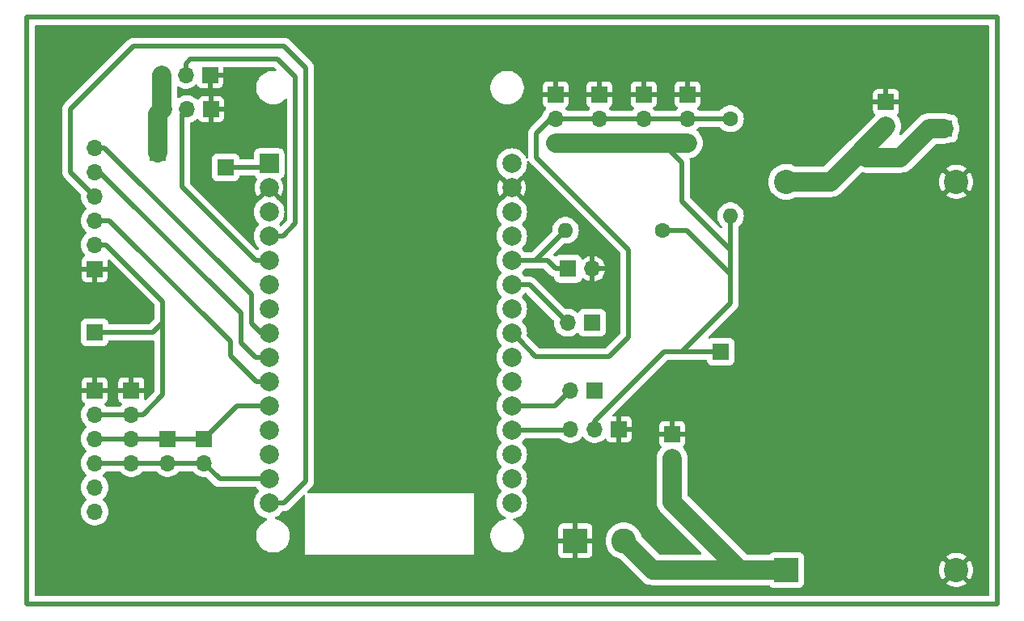
<source format=gbr>
%TF.GenerationSoftware,KiCad,Pcbnew,7.0.1*%
%TF.CreationDate,2023-06-29T12:07:24-05:00*%
%TF.ProjectId,ChocoBox,43686f63-6f42-46f7-982e-6b696361645f,rev?*%
%TF.SameCoordinates,Original*%
%TF.FileFunction,Copper,L2,Bot*%
%TF.FilePolarity,Positive*%
%FSLAX46Y46*%
G04 Gerber Fmt 4.6, Leading zero omitted, Abs format (unit mm)*
G04 Created by KiCad (PCBNEW 7.0.1) date 2023-06-29 12:07:24*
%MOMM*%
%LPD*%
G01*
G04 APERTURE LIST*
%TA.AperFunction,NonConductor*%
%ADD10C,0.500000*%
%TD*%
%TA.AperFunction,ComponentPad*%
%ADD11R,1.700000X1.700000*%
%TD*%
%TA.AperFunction,ComponentPad*%
%ADD12R,2.000000X2.000000*%
%TD*%
%TA.AperFunction,ComponentPad*%
%ADD13C,2.000000*%
%TD*%
%TA.AperFunction,ComponentPad*%
%ADD14O,1.700000X1.700000*%
%TD*%
%TA.AperFunction,ComponentPad*%
%ADD15C,1.600000*%
%TD*%
%TA.AperFunction,ComponentPad*%
%ADD16O,1.600000X1.600000*%
%TD*%
%TA.AperFunction,ComponentPad*%
%ADD17R,2.600000X2.600000*%
%TD*%
%TA.AperFunction,ComponentPad*%
%ADD18C,2.600000*%
%TD*%
%TA.AperFunction,ComponentPad*%
%ADD19R,2.540000X2.540000*%
%TD*%
%TA.AperFunction,ComponentPad*%
%ADD20C,2.540000*%
%TD*%
%TA.AperFunction,Conductor*%
%ADD21C,0.500000*%
%TD*%
%TA.AperFunction,Conductor*%
%ADD22C,2.000000*%
%TD*%
%TA.AperFunction,Profile*%
%ADD23C,0.500000*%
%TD*%
G04 APERTURE END LIST*
D10*
X61468000Y-37084000D02*
X163068000Y-37084000D01*
X163068000Y-98552000D01*
X61468000Y-98552000D01*
X61468000Y-37084000D01*
D11*
%TO.P,J16,1,Pin_1*%
%TO.N,+5V*%
X157480000Y-48768000D03*
%TD*%
D12*
%TO.P,U1,1,3V3*%
%TO.N,+3.3V*%
X86830000Y-52450000D03*
D13*
%TO.P,U1,2,GND*%
%TO.N,GND*%
X86830000Y-54990000D03*
%TO.P,U1,3,D15*%
%TO.N,unconnected-(U1-D15-Pad3)*%
X86830000Y-57530000D03*
%TO.P,U1,4,D2*%
%TO.N,GPIO_02*%
X86830000Y-60070000D03*
%TO.P,U1,5,D4*%
%TO.N,GPIO_04*%
X86830000Y-62610000D03*
%TO.P,U1,6,RX2*%
%TO.N,unconnected-(U1-RX2-Pad6)*%
X86830000Y-65150000D03*
%TO.P,U1,7,TX2*%
%TO.N,unconnected-(U1-TX2-Pad7)*%
X86830000Y-67690000D03*
%TO.P,U1,8,D5*%
%TO.N,CS*%
X86830000Y-70230000D03*
%TO.P,U1,9,D18*%
%TO.N,SCK*%
X86830000Y-72770000D03*
%TO.P,U1,10,D19*%
%TO.N,MISO*%
X86830000Y-75310000D03*
%TO.P,U1,11,D21*%
%TO.N,GPIO_SDA*%
X86830000Y-77850000D03*
%TO.P,U1,12,RX0*%
%TO.N,unconnected-(U1-RX0-Pad12)*%
X86830000Y-80390000D03*
%TO.P,U1,13,TX0*%
%TO.N,unconnected-(U1-TX0-Pad13)*%
X86830000Y-82930000D03*
%TO.P,U1,14,D22*%
%TO.N,GPIO_SCL*%
X86830000Y-85470000D03*
%TO.P,U1,15,D23*%
%TO.N,MOSI*%
X86830000Y-88010000D03*
%TO.P,U1,16,EN*%
%TO.N,unconnected-(U1-EN-Pad16)*%
X112230000Y-88010000D03*
%TO.P,U1,17,VP*%
%TO.N,unconnected-(U1-VP-Pad17)*%
X112230000Y-85470000D03*
%TO.P,U1,18,VN*%
%TO.N,unconnected-(U1-VN-Pad18)*%
X112230000Y-82930000D03*
%TO.P,U1,19,D34*%
%TO.N,GPIO_34*%
X112230000Y-80390000D03*
%TO.P,U1,20,D35*%
%TO.N,GPIO_35*%
X112230000Y-77850000D03*
%TO.P,U1,21,D32*%
%TO.N,unconnected-(U1-D32-Pad21)*%
X112230000Y-75310000D03*
%TO.P,U1,22,D33*%
%TO.N,unconnected-(U1-D33-Pad22)*%
X112230000Y-72770000D03*
%TO.P,U1,23,D25*%
%TO.N,OneWire*%
X112230000Y-70230000D03*
%TO.P,U1,24,D26*%
%TO.N,unconnected-(U1-D26-Pad24)*%
X112230000Y-67690000D03*
%TO.P,U1,25,D27*%
%TO.N,GPIO_27*%
X112230000Y-65150000D03*
%TO.P,U1,26,D14*%
%TO.N,BTN1*%
X112230000Y-62610000D03*
%TO.P,U1,27,D12*%
%TO.N,unconnected-(U1-D12-Pad27)*%
X112230000Y-60070000D03*
%TO.P,U1,28,D13*%
%TO.N,unconnected-(U1-D13-Pad28)*%
X112230000Y-57530000D03*
%TO.P,U1,29,GND*%
%TO.N,GND*%
X112230000Y-54990000D03*
%TO.P,U1,30,VIN*%
%TO.N,Vdrive*%
X112230000Y-52450000D03*
%TD*%
D11*
%TO.P,J11,1,Pin_1*%
%TO.N,+5V*%
X75184000Y-51308000D03*
%TD*%
%TO.P,J6,1,Pin_1*%
%TO.N,unconnected-(J6-Pin_1-Pad1)*%
X120630000Y-69113000D03*
D14*
%TO.P,J6,2,Pin_2*%
%TO.N,GPIO_27*%
X118090000Y-69113000D03*
%TD*%
D11*
%TO.P,J18,1,Pin_1*%
%TO.N,+3.3V*%
X82296000Y-52832000D03*
%TD*%
D15*
%TO.P,R1,1*%
%TO.N,+3.3V*%
X128016000Y-59436000D03*
D16*
%TO.P,R1,2*%
%TO.N,BTN1*%
X117856000Y-59436000D03*
%TD*%
D11*
%TO.P,J5,1,Pin_1*%
%TO.N,GND*%
X68580000Y-63500000D03*
D14*
%TO.P,J5,2,Pin_2*%
%TO.N,+5V*%
X68580000Y-60960000D03*
%TO.P,J5,3,Pin_3*%
%TO.N,MISO*%
X68580000Y-58420000D03*
%TO.P,J5,4,Pin_4*%
%TO.N,MOSI*%
X68580000Y-55880000D03*
%TO.P,J5,5,Pin_5*%
%TO.N,SCK*%
X68580000Y-53340000D03*
%TO.P,J5,6,Pin_6*%
%TO.N,CS*%
X68580000Y-50800000D03*
%TD*%
D11*
%TO.P,J12,1,Pin_1*%
%TO.N,GPIO_SDA*%
X76200000Y-81280000D03*
D14*
%TO.P,J12,2,Pin_2*%
%TO.N,GPIO_SCL*%
X76200000Y-83820000D03*
%TD*%
D11*
%TO.P,J14,1,Pin_1*%
%TO.N,GND*%
X151409000Y-45994000D03*
D14*
%TO.P,J14,2,Pin_2*%
%TO.N,+5V*%
X151409000Y-48534000D03*
%TD*%
D11*
%TO.P,J3,1,Pin_1*%
%TO.N,GND*%
X68580000Y-76200000D03*
D14*
%TO.P,J3,2,Pin_2*%
%TO.N,+5V*%
X68580000Y-78740000D03*
%TO.P,J3,3,Pin_3*%
%TO.N,GPIO_SDA*%
X68580000Y-81280000D03*
%TO.P,J3,4,Pin_4*%
%TO.N,GPIO_SCL*%
X68580000Y-83820000D03*
%TO.P,J3,5,Pin_5*%
%TO.N,unconnected-(J3-Pin_5-Pad5)*%
X68580000Y-86360000D03*
%TO.P,J3,6,Pin_6*%
%TO.N,unconnected-(J3-Pin_6-Pad6)*%
X68580000Y-88900000D03*
%TD*%
D11*
%TO.P,J2,1,Pin_1*%
%TO.N,GND*%
X80645000Y-43180000D03*
D14*
%TO.P,J2,2,Pin_2*%
%TO.N,GPIO_02*%
X78105000Y-43180000D03*
%TO.P,J2,3,Pin_3*%
%TO.N,+5V*%
X75565000Y-43180000D03*
%TD*%
D15*
%TO.P,R3,1*%
%TO.N,OneWire*%
X135128000Y-47752000D03*
D16*
%TO.P,R3,2*%
%TO.N,+3.3V*%
X135128000Y-57912000D03*
%TD*%
D17*
%TO.P,J8,1,Pin_1*%
%TO.N,GND*%
X118872000Y-91948000D03*
D18*
%TO.P,J8,2,Pin_2*%
%TO.N,+12V*%
X123952000Y-91948000D03*
%TD*%
D11*
%TO.P,J20,1,Pin_1*%
%TO.N,GND*%
X121412000Y-45212000D03*
D14*
%TO.P,J20,2,Pin_2*%
%TO.N,OneWire*%
X121412000Y-47752000D03*
%TO.P,J20,3,Pin_3*%
%TO.N,+3.3V*%
X121412000Y-50292000D03*
%TD*%
D19*
%TO.P,U2,1,Vin*%
%TO.N,+12V*%
X140970000Y-94996000D03*
D20*
%TO.P,U2,2,GND*%
%TO.N,GND*%
X158750000Y-94996000D03*
%TO.P,U2,3,GND*%
X158750000Y-54356000D03*
%TO.P,U2,4,Vout*%
%TO.N,+5V*%
X140970000Y-54356000D03*
%TD*%
D11*
%TO.P,J15,1,Pin_1*%
%TO.N,+5V*%
X68580000Y-70104000D03*
%TD*%
%TO.P,J21,1,Pin_1*%
%TO.N,GND*%
X126040000Y-45212000D03*
D14*
%TO.P,J21,2,Pin_2*%
%TO.N,OneWire*%
X126040000Y-47752000D03*
%TO.P,J21,3,Pin_3*%
%TO.N,+3.3V*%
X126040000Y-50292000D03*
%TD*%
D11*
%TO.P,J4,1,Pin_1*%
%TO.N,GND*%
X72415000Y-76200000D03*
D14*
%TO.P,J4,2,Pin_2*%
%TO.N,+5V*%
X72415000Y-78740000D03*
%TO.P,J4,3,Pin_3*%
%TO.N,GPIO_SDA*%
X72415000Y-81280000D03*
%TO.P,J4,4,Pin_4*%
%TO.N,GPIO_SCL*%
X72415000Y-83820000D03*
%TD*%
D11*
%TO.P,SW1,1,1*%
%TO.N,BTN1*%
X118130000Y-63475000D03*
D14*
%TO.P,SW1,2,2*%
%TO.N,GND*%
X120670000Y-63475000D03*
%TD*%
D11*
%TO.P,J22,1,Pin_1*%
%TO.N,GND*%
X130640000Y-45212000D03*
D14*
%TO.P,J22,2,Pin_2*%
%TO.N,OneWire*%
X130640000Y-47752000D03*
%TO.P,J22,3,Pin_3*%
%TO.N,+3.3V*%
X130640000Y-50292000D03*
%TD*%
D11*
%TO.P,J17,1,Pin_1*%
%TO.N,+3.3V*%
X134112000Y-72136000D03*
%TD*%
%TO.P,J7,1,Pin_1*%
%TO.N,GND*%
X123444000Y-80264000D03*
D14*
%TO.P,J7,2,Pin_2*%
%TO.N,+3.3V*%
X120904000Y-80264000D03*
%TO.P,J7,3,Pin_3*%
%TO.N,GPIO_34*%
X118364000Y-80264000D03*
%TD*%
D11*
%TO.P,J13,1,Pin_1*%
%TO.N,GPIO_SDA*%
X80010000Y-81280000D03*
D14*
%TO.P,J13,2,Pin_2*%
%TO.N,GPIO_SCL*%
X80010000Y-83820000D03*
%TD*%
D11*
%TO.P,J10,1,Pin_1*%
%TO.N,GND*%
X129032000Y-80772000D03*
D14*
%TO.P,J10,2,Pin_2*%
%TO.N,+12V*%
X129032000Y-83312000D03*
%TD*%
D11*
%TO.P,J9,1,Pin_1*%
%TO.N,unconnected-(J9-Pin_1-Pad1)*%
X120904000Y-76200000D03*
D14*
%TO.P,J9,2,Pin_2*%
%TO.N,GPIO_35*%
X118364000Y-76200000D03*
%TD*%
D11*
%TO.P,J19,1,Pin_1*%
%TO.N,GND*%
X116840000Y-45212000D03*
D14*
%TO.P,J19,2,Pin_2*%
%TO.N,OneWire*%
X116840000Y-47752000D03*
%TO.P,J19,3,Pin_3*%
%TO.N,+3.3V*%
X116840000Y-50292000D03*
%TD*%
D11*
%TO.P,J1,1,Pin_1*%
%TO.N,GND*%
X80757000Y-46761000D03*
D14*
%TO.P,J1,2,Pin_2*%
%TO.N,GPIO_04*%
X78217000Y-46761000D03*
%TO.P,J1,3,Pin_3*%
%TO.N,+5V*%
X75677000Y-46761000D03*
%TD*%
D21*
%TO.N,GPIO_02*%
X78602919Y-41480000D02*
X87708000Y-41480000D01*
X87708000Y-41480000D02*
X89600000Y-43372000D01*
X88266000Y-60070000D02*
X86830000Y-60070000D01*
X78105000Y-41977919D02*
X78602919Y-41480000D01*
X89600000Y-43372000D02*
X89600000Y-58736000D01*
X89600000Y-58736000D02*
X88266000Y-60070000D01*
D22*
%TO.N,+5V*%
X75565000Y-43180000D02*
X75565000Y-46649000D01*
D21*
%TO.N,GPIO_SDA*%
X86830000Y-77850000D02*
X83440000Y-77850000D01*
%TO.N,+5V*%
X75692000Y-76665081D02*
X75692000Y-69088000D01*
X69782081Y-60960000D02*
X68580000Y-60960000D01*
X74676000Y-70104000D02*
X75692000Y-69088000D01*
D22*
X149352000Y-51816000D02*
X148739500Y-51203500D01*
D21*
X75692000Y-69088000D02*
X75692000Y-66869919D01*
D22*
X140970000Y-54356000D02*
X145587000Y-54356000D01*
D21*
X73617081Y-78740000D02*
X75692000Y-76665081D01*
D22*
X145587000Y-54356000D02*
X148739500Y-51203500D01*
D21*
X72415000Y-78740000D02*
X73617081Y-78740000D01*
D22*
X75565000Y-46649000D02*
X75677000Y-46761000D01*
X148739500Y-51203500D02*
X151409000Y-48534000D01*
X75677000Y-46761000D02*
X75184000Y-47254000D01*
X155956000Y-48768000D02*
X152908000Y-51816000D01*
D21*
X68580000Y-70104000D02*
X74676000Y-70104000D01*
D22*
X75184000Y-47254000D02*
X75184000Y-51308000D01*
D21*
%TO.N,GPIO_04*%
X77724000Y-47254000D02*
X77724000Y-54918213D01*
X78217000Y-46761000D02*
X77724000Y-47254000D01*
X85415787Y-62610000D02*
X86830000Y-62610000D01*
X77724000Y-54918213D02*
X85415787Y-62610000D01*
%TO.N,+5V*%
X68580000Y-78740000D02*
X72415000Y-78740000D01*
D22*
X152908000Y-51816000D02*
X149352000Y-51816000D01*
D21*
X75692000Y-66869919D02*
X69782081Y-60960000D01*
D22*
X157480000Y-48768000D02*
X155956000Y-48768000D01*
D21*
%TO.N,GPIO_SDA*%
X80010000Y-81280000D02*
X68580000Y-81280000D01*
%TO.N,GPIO_02*%
X78105000Y-43180000D02*
X78105000Y-41977919D01*
D22*
%TO.N,+12V*%
X140970000Y-94996000D02*
X136144000Y-94996000D01*
X129032000Y-83312000D02*
X129032000Y-87884000D01*
X127000000Y-94996000D02*
X136144000Y-94996000D01*
D21*
%TO.N,BTN1*%
X116815000Y-63475000D02*
X118130000Y-63475000D01*
%TO.N,+3.3V*%
X128524000Y-72136000D02*
X134112000Y-72136000D01*
%TO.N,CS*%
X68580000Y-50800000D02*
X69596000Y-50800000D01*
%TO.N,+3.3V*%
X130048000Y-72136000D02*
X135128000Y-67056000D01*
%TO.N,CS*%
X84980000Y-66184000D02*
X84980000Y-69232000D01*
%TO.N,MISO*%
X82780000Y-72620000D02*
X82780000Y-71096000D01*
%TO.N,+3.3V*%
X130048000Y-56388000D02*
X130048000Y-52324000D01*
X128016000Y-59436000D02*
X130556000Y-59436000D01*
%TO.N,GPIO_SDA*%
X83440000Y-77850000D02*
X80010000Y-81280000D01*
%TO.N,GPIO_SCL*%
X68580000Y-83820000D02*
X80010000Y-83820000D01*
%TO.N,+3.3V*%
X120904000Y-79404000D02*
X120904000Y-80264000D01*
X130048000Y-52324000D02*
X128016000Y-50292000D01*
%TO.N,SCK*%
X85415787Y-72770000D02*
X86830000Y-72770000D01*
D22*
%TO.N,+12V*%
X127000000Y-94996000D02*
X123952000Y-91948000D01*
D21*
%TO.N,GPIO_34*%
X112230000Y-80390000D02*
X118238000Y-80390000D01*
%TO.N,BTN1*%
X112230000Y-62610000D02*
X114808000Y-62610000D01*
X117856000Y-59436000D02*
X114808000Y-62484000D01*
X114808000Y-62484000D02*
X114808000Y-62610000D01*
X114808000Y-62610000D02*
X115950000Y-62610000D01*
%TO.N,MOSI*%
X66040000Y-46736000D02*
X66040000Y-53340000D01*
%TO.N,BTN1*%
X115950000Y-62610000D02*
X116815000Y-63475000D01*
%TO.N,CS*%
X85978000Y-70230000D02*
X86830000Y-70230000D01*
%TO.N,+3.3V*%
X128524000Y-72136000D02*
X130048000Y-72136000D01*
X130556000Y-59436000D02*
X135128000Y-64008000D01*
%TO.N,MOSI*%
X88357918Y-88010000D02*
X90700000Y-85667918D01*
D22*
%TO.N,+3.3V*%
X118364000Y-50292000D02*
X128016000Y-50292000D01*
D21*
%TO.N,MISO*%
X70104000Y-58420000D02*
X68580000Y-58420000D01*
%TO.N,MOSI*%
X86830000Y-88010000D02*
X88357918Y-88010000D01*
%TO.N,+3.3V*%
X135128000Y-61468000D02*
X130048000Y-56388000D01*
%TO.N,MISO*%
X85470000Y-75310000D02*
X82780000Y-72620000D01*
%TO.N,MOSI*%
X88392000Y-40132000D02*
X72644000Y-40132000D01*
X66040000Y-53340000D02*
X68580000Y-55880000D01*
%TO.N,GPIO_SCL*%
X81660000Y-85470000D02*
X80010000Y-83820000D01*
%TO.N,CS*%
X84980000Y-69232000D02*
X85978000Y-70230000D01*
%TO.N,+3.3V*%
X135128000Y-64008000D02*
X135128000Y-61468000D01*
%TO.N,MISO*%
X82780000Y-71096000D02*
X70104000Y-58420000D01*
%TO.N,MOSI*%
X72644000Y-40132000D02*
X66040000Y-46736000D01*
%TO.N,SCK*%
X83880000Y-68132000D02*
X83880000Y-71234213D01*
%TO.N,GPIO_27*%
X114127000Y-65150000D02*
X118090000Y-69113000D01*
%TO.N,+3.3V*%
X120904000Y-79404000D02*
X128172000Y-72136000D01*
%TO.N,CS*%
X69596000Y-50800000D02*
X84980000Y-66184000D01*
%TO.N,SCK*%
X69088000Y-53340000D02*
X83880000Y-68132000D01*
%TO.N,MISO*%
X86830000Y-75310000D02*
X85470000Y-75310000D01*
%TO.N,MOSI*%
X90700000Y-42440000D02*
X88392000Y-40132000D01*
D22*
%TO.N,+3.3V*%
X128016000Y-50292000D02*
X130640000Y-50292000D01*
D21*
X135128000Y-61468000D02*
X135128000Y-57912000D01*
%TO.N,SCK*%
X83880000Y-71234213D02*
X85415787Y-72770000D01*
D22*
%TO.N,+12V*%
X129032000Y-87884000D02*
X136144000Y-94996000D01*
D21*
%TO.N,+3.3V*%
X135128000Y-67056000D02*
X135128000Y-64008000D01*
X82296000Y-52832000D02*
X86448000Y-52832000D01*
%TO.N,MOSI*%
X90700000Y-85667918D02*
X90700000Y-42440000D01*
%TO.N,GPIO_27*%
X112230000Y-65150000D02*
X114127000Y-65150000D01*
%TO.N,+3.3V*%
X128172000Y-72136000D02*
X128524000Y-72136000D01*
D22*
X116840000Y-50292000D02*
X118364000Y-50292000D01*
D21*
%TO.N,GPIO_SCL*%
X86830000Y-85470000D02*
X81660000Y-85470000D01*
%TO.N,OneWire*%
X135128000Y-47752000D02*
X130640000Y-47752000D01*
X112920000Y-70920000D02*
X112996296Y-70920000D01*
X114808000Y-51816000D02*
X114808000Y-49276000D01*
X122428000Y-72644000D02*
X124460000Y-70612000D01*
X114808000Y-49276000D02*
X116332000Y-47752000D01*
%TO.N,GPIO_35*%
X112230000Y-77850000D02*
X116714000Y-77850000D01*
%TO.N,OneWire*%
X130640000Y-47752000D02*
X116840000Y-47752000D01*
%TO.N,GPIO_35*%
X116714000Y-77850000D02*
X118364000Y-76200000D01*
%TO.N,OneWire*%
X124460000Y-61468000D02*
X114808000Y-51816000D01*
X112996296Y-70920000D02*
X114720296Y-72644000D01*
X114720296Y-72644000D02*
X122428000Y-72644000D01*
X112230000Y-70230000D02*
X112920000Y-70920000D01*
X124460000Y-70612000D02*
X124460000Y-61468000D01*
%TD*%
%TA.AperFunction,Conductor*%
%TO.N,GND*%
G36*
X87351802Y-42339939D02*
G01*
X87392030Y-42366819D01*
X87564793Y-42539582D01*
X87595603Y-42590713D01*
X87598950Y-42650316D01*
X87574059Y-42704575D01*
X87526699Y-42740916D01*
X87467846Y-42750916D01*
X87315499Y-42739500D01*
X87315494Y-42739500D01*
X87184506Y-42739500D01*
X87184501Y-42739500D01*
X86988372Y-42754197D01*
X86732581Y-42812580D01*
X86488358Y-42908431D01*
X86261143Y-43039613D01*
X86056015Y-43203198D01*
X85877571Y-43395514D01*
X85777070Y-43542922D01*
X85729772Y-43612296D01*
X85615937Y-43848677D01*
X85538604Y-44099385D01*
X85499500Y-44358818D01*
X85499500Y-44621182D01*
X85538604Y-44880615D01*
X85615937Y-45131323D01*
X85729772Y-45367704D01*
X85811580Y-45487694D01*
X85877571Y-45584485D01*
X86019180Y-45737102D01*
X86056019Y-45776805D01*
X86261143Y-45940386D01*
X86488357Y-46071568D01*
X86656550Y-46137579D01*
X86682246Y-46147664D01*
X86732584Y-46167420D01*
X86988370Y-46225802D01*
X87044408Y-46230001D01*
X87184501Y-46240500D01*
X87184506Y-46240500D01*
X87315494Y-46240500D01*
X87315499Y-46240500D01*
X87438078Y-46231313D01*
X87511630Y-46225802D01*
X87767416Y-46167420D01*
X88011643Y-46071568D01*
X88238857Y-45940386D01*
X88443981Y-45776805D01*
X88534602Y-45679138D01*
X88583671Y-45646748D01*
X88642145Y-45640602D01*
X88696876Y-45662083D01*
X88735561Y-45706360D01*
X88749500Y-45763480D01*
X88749500Y-58332349D01*
X88740061Y-58379802D01*
X88713181Y-58420030D01*
X88167504Y-58965705D01*
X88108770Y-58998598D01*
X88041504Y-58995955D01*
X87985534Y-58958556D01*
X87965224Y-58934776D01*
X87917816Y-58894286D01*
X87885742Y-58851914D01*
X87874351Y-58800000D01*
X87885742Y-58748086D01*
X87917816Y-58705713D01*
X87965224Y-58665224D01*
X88128836Y-58473659D01*
X88260466Y-58258859D01*
X88356873Y-58026111D01*
X88415683Y-57781148D01*
X88435449Y-57530000D01*
X88415683Y-57278852D01*
X88356873Y-57033889D01*
X88260466Y-56801141D01*
X88128836Y-56586341D01*
X87965224Y-56394776D01*
X87773659Y-56231164D01*
X87723603Y-56200490D01*
X87641418Y-56150126D01*
X87618527Y-56132080D01*
X86830000Y-55343553D01*
X86041471Y-56132080D01*
X86018581Y-56150126D01*
X85923702Y-56208268D01*
X85886341Y-56231164D01*
X85886339Y-56231165D01*
X85886340Y-56231165D01*
X85694776Y-56394776D01*
X85531163Y-56586342D01*
X85399535Y-56801139D01*
X85303126Y-57033889D01*
X85244317Y-57278850D01*
X85238782Y-57349174D01*
X85224551Y-57530000D01*
X85231174Y-57614157D01*
X85244317Y-57781149D01*
X85303126Y-58026110D01*
X85351330Y-58142485D01*
X85399534Y-58258859D01*
X85531164Y-58473659D01*
X85694776Y-58665224D01*
X85742180Y-58705711D01*
X85774256Y-58748084D01*
X85785647Y-58799998D01*
X85774258Y-58851911D01*
X85742180Y-58894288D01*
X85694777Y-58934775D01*
X85531163Y-59126342D01*
X85399535Y-59341139D01*
X85303126Y-59573889D01*
X85244317Y-59818850D01*
X85238782Y-59889175D01*
X85224551Y-60070000D01*
X85231174Y-60154157D01*
X85244317Y-60321149D01*
X85303126Y-60566110D01*
X85349634Y-60678389D01*
X85399534Y-60798859D01*
X85531164Y-61013659D01*
X85694776Y-61205224D01*
X85742175Y-61245707D01*
X85742179Y-61245710D01*
X85774257Y-61288087D01*
X85785647Y-61340000D01*
X85774257Y-61391913D01*
X85742179Y-61434290D01*
X85694777Y-61474775D01*
X85684499Y-61486809D01*
X85628526Y-61524206D01*
X85561262Y-61526848D01*
X85502530Y-61493955D01*
X82082277Y-58073702D01*
X78610819Y-54602243D01*
X78583939Y-54562015D01*
X78574500Y-54514562D01*
X78574500Y-53721362D01*
X80845500Y-53721362D01*
X80860955Y-53838760D01*
X80921464Y-53984841D01*
X81017717Y-54110282D01*
X81143158Y-54206535D01*
X81143159Y-54206536D01*
X81289238Y-54267044D01*
X81406639Y-54282500D01*
X83185360Y-54282499D01*
X83185362Y-54282499D01*
X83252702Y-54273634D01*
X83302762Y-54267044D01*
X83448841Y-54206536D01*
X83574282Y-54110282D01*
X83670536Y-53984841D01*
X83731044Y-53838762D01*
X83737422Y-53790314D01*
X83758786Y-53735376D01*
X83803104Y-53696511D01*
X83860361Y-53682500D01*
X85193474Y-53682500D01*
X85240929Y-53691940D01*
X85281158Y-53718822D01*
X85295333Y-53740037D01*
X85295526Y-53739890D01*
X85401717Y-53878282D01*
X85530644Y-53977210D01*
X85570582Y-54005258D01*
X85597395Y-54052161D01*
X85601718Y-54106013D01*
X85582732Y-54156593D01*
X85506267Y-54273631D01*
X85406413Y-54501278D01*
X85345386Y-54742267D01*
X85324858Y-54990000D01*
X85345386Y-55237732D01*
X85406413Y-55478721D01*
X85506268Y-55706370D01*
X85606563Y-55859882D01*
X85606564Y-55859882D01*
X86742318Y-54724128D01*
X86797905Y-54692034D01*
X86862093Y-54692034D01*
X86917680Y-54724128D01*
X88053434Y-55859882D01*
X88153730Y-55706369D01*
X88253586Y-55478721D01*
X88314613Y-55237732D01*
X88335141Y-54990000D01*
X88314613Y-54742267D01*
X88253586Y-54501278D01*
X88153732Y-54273631D01*
X88077268Y-54156593D01*
X88058282Y-54106013D01*
X88062605Y-54052161D01*
X88089418Y-54005258D01*
X88129355Y-53977210D01*
X88132838Y-53974537D01*
X88132841Y-53974536D01*
X88258282Y-53878282D01*
X88354536Y-53752841D01*
X88415044Y-53606762D01*
X88430500Y-53489361D01*
X88430499Y-51410640D01*
X88428697Y-51396955D01*
X88415044Y-51293239D01*
X88415044Y-51293238D01*
X88354536Y-51147159D01*
X88332139Y-51117970D01*
X88258282Y-51021717D01*
X88132840Y-50925463D01*
X87986762Y-50864956D01*
X87869362Y-50849500D01*
X85790637Y-50849500D01*
X85673239Y-50864955D01*
X85527158Y-50925464D01*
X85401717Y-51021717D01*
X85305463Y-51147159D01*
X85244956Y-51293237D01*
X85229500Y-51410638D01*
X85229500Y-51857500D01*
X85212887Y-51919500D01*
X85167500Y-51964887D01*
X85105500Y-51981500D01*
X83860361Y-51981500D01*
X83803104Y-51967489D01*
X83758785Y-51928622D01*
X83737422Y-51873683D01*
X83731045Y-51825239D01*
X83688474Y-51722466D01*
X83670536Y-51679159D01*
X83602764Y-51590836D01*
X83574282Y-51553717D01*
X83448840Y-51457463D01*
X83302762Y-51396956D01*
X83185362Y-51381500D01*
X81406637Y-51381500D01*
X81289239Y-51396955D01*
X81143158Y-51457464D01*
X81017717Y-51553717D01*
X80921463Y-51679159D01*
X80860956Y-51825237D01*
X80845500Y-51942637D01*
X80845500Y-53721362D01*
X78574500Y-53721362D01*
X78574500Y-48260398D01*
X78584944Y-48210588D01*
X78614517Y-48169168D01*
X78658234Y-48143118D01*
X78801656Y-48093882D01*
X79013067Y-47979472D01*
X79202764Y-47831825D01*
X79245963Y-47784897D01*
X79298586Y-47751043D01*
X79361041Y-47747195D01*
X79417423Y-47774333D01*
X79453375Y-47825547D01*
X79463647Y-47853088D01*
X79549811Y-47968188D01*
X79664910Y-48054352D01*
X79799624Y-48104597D01*
X79859176Y-48111000D01*
X80507000Y-48111000D01*
X80507000Y-47011000D01*
X81007000Y-47011000D01*
X81007000Y-48111000D01*
X81654824Y-48111000D01*
X81714375Y-48104597D01*
X81849089Y-48054352D01*
X81964188Y-47968188D01*
X82050352Y-47853089D01*
X82100597Y-47718375D01*
X82107000Y-47658824D01*
X82107000Y-47011000D01*
X81007000Y-47011000D01*
X80507000Y-47011000D01*
X80507000Y-45411000D01*
X81007000Y-45411000D01*
X81007000Y-46511000D01*
X82107000Y-46511000D01*
X82107000Y-45863176D01*
X82100597Y-45803624D01*
X82050352Y-45668910D01*
X81964188Y-45553811D01*
X81849089Y-45467647D01*
X81714375Y-45417402D01*
X81654824Y-45411000D01*
X81007000Y-45411000D01*
X80507000Y-45411000D01*
X79859176Y-45411000D01*
X79799624Y-45417402D01*
X79664910Y-45467647D01*
X79549811Y-45553811D01*
X79463647Y-45668911D01*
X79453375Y-45696453D01*
X79417423Y-45747666D01*
X79361041Y-45774804D01*
X79298587Y-45770956D01*
X79245963Y-45737102D01*
X79202764Y-45690175D01*
X79139073Y-45640602D01*
X79013072Y-45542531D01*
X79013068Y-45542528D01*
X79013067Y-45542528D01*
X78801656Y-45428118D01*
X78801655Y-45428117D01*
X78801652Y-45428116D01*
X78574299Y-45350066D01*
X78416227Y-45323688D01*
X78337192Y-45310500D01*
X78096808Y-45310500D01*
X78037531Y-45320391D01*
X77859700Y-45350066D01*
X77632347Y-45428116D01*
X77420931Y-45542529D01*
X77395682Y-45562181D01*
X77365661Y-45585547D01*
X77302292Y-45611032D01*
X77235040Y-45599095D01*
X77184312Y-45553356D01*
X77165500Y-45487694D01*
X77165500Y-44528948D01*
X77181688Y-44467689D01*
X77226026Y-44422425D01*
X77286938Y-44404974D01*
X77348513Y-44419891D01*
X77520344Y-44512882D01*
X77747703Y-44590934D01*
X77984808Y-44630500D01*
X78225191Y-44630500D01*
X78225192Y-44630500D01*
X78462297Y-44590934D01*
X78689656Y-44512882D01*
X78901067Y-44398472D01*
X79090764Y-44250825D01*
X79133963Y-44203897D01*
X79186586Y-44170043D01*
X79249041Y-44166195D01*
X79305423Y-44193333D01*
X79341375Y-44244547D01*
X79351647Y-44272088D01*
X79437811Y-44387188D01*
X79552910Y-44473352D01*
X79687624Y-44523597D01*
X79747176Y-44530000D01*
X80395000Y-44530000D01*
X80395000Y-43430000D01*
X80895000Y-43430000D01*
X80895000Y-44530000D01*
X81542824Y-44530000D01*
X81602375Y-44523597D01*
X81737089Y-44473352D01*
X81852188Y-44387188D01*
X81938352Y-44272089D01*
X81988597Y-44137375D01*
X81995000Y-44077824D01*
X81995000Y-43430000D01*
X80895000Y-43430000D01*
X80395000Y-43430000D01*
X80395000Y-43054000D01*
X80411613Y-42992000D01*
X80457000Y-42946613D01*
X80519000Y-42930000D01*
X81995000Y-42930000D01*
X81995000Y-42454500D01*
X82011613Y-42392500D01*
X82057000Y-42347113D01*
X82119000Y-42330500D01*
X87304349Y-42330500D01*
X87351802Y-42339939D01*
G37*
%TD.AperFunction*%
%TA.AperFunction,Conductor*%
G36*
X162155500Y-37951113D02*
G01*
X162200887Y-37996500D01*
X162217500Y-38058500D01*
X162217500Y-97577500D01*
X162200887Y-97639500D01*
X162155500Y-97684887D01*
X162093500Y-97701500D01*
X62442500Y-97701500D01*
X62380500Y-97684887D01*
X62335113Y-97639500D01*
X62318500Y-97577500D01*
X62318500Y-75950000D01*
X67230000Y-75950000D01*
X68330000Y-75950000D01*
X68330000Y-74850000D01*
X68830000Y-74850000D01*
X68830000Y-75950000D01*
X69930000Y-75950000D01*
X71065000Y-75950000D01*
X72165000Y-75950000D01*
X72165000Y-74850000D01*
X72665000Y-74850000D01*
X72665000Y-75950000D01*
X73765000Y-75950000D01*
X73765000Y-75302176D01*
X73758597Y-75242624D01*
X73708352Y-75107910D01*
X73622188Y-74992811D01*
X73507089Y-74906647D01*
X73372375Y-74856402D01*
X73312824Y-74850000D01*
X72665000Y-74850000D01*
X72165000Y-74850000D01*
X71517176Y-74850000D01*
X71457624Y-74856402D01*
X71322910Y-74906647D01*
X71207811Y-74992811D01*
X71121647Y-75107910D01*
X71071402Y-75242624D01*
X71065000Y-75302176D01*
X71065000Y-75950000D01*
X69930000Y-75950000D01*
X69930000Y-75302176D01*
X69923597Y-75242624D01*
X69873352Y-75107910D01*
X69787188Y-74992811D01*
X69672089Y-74906647D01*
X69537375Y-74856402D01*
X69477824Y-74850000D01*
X68830000Y-74850000D01*
X68330000Y-74850000D01*
X67682176Y-74850000D01*
X67622624Y-74856402D01*
X67487910Y-74906647D01*
X67372811Y-74992811D01*
X67286647Y-75107910D01*
X67236402Y-75242624D01*
X67230000Y-75302176D01*
X67230000Y-75950000D01*
X62318500Y-75950000D01*
X62318500Y-63750000D01*
X67230000Y-63750000D01*
X67230000Y-64397824D01*
X67236402Y-64457375D01*
X67286647Y-64592089D01*
X67372811Y-64707188D01*
X67487910Y-64793352D01*
X67622624Y-64843597D01*
X67682176Y-64850000D01*
X68330000Y-64850000D01*
X68330000Y-63750000D01*
X68830000Y-63750000D01*
X68830000Y-64850000D01*
X69477824Y-64850000D01*
X69537375Y-64843597D01*
X69672089Y-64793352D01*
X69787188Y-64707188D01*
X69873352Y-64592089D01*
X69923597Y-64457375D01*
X69930000Y-64397824D01*
X69930000Y-63750000D01*
X68830000Y-63750000D01*
X68330000Y-63750000D01*
X67230000Y-63750000D01*
X62318500Y-63750000D01*
X62318500Y-53363167D01*
X65184799Y-53363167D01*
X65195502Y-53441732D01*
X65195910Y-53445062D01*
X65204498Y-53524025D01*
X65209732Y-53546356D01*
X65209772Y-53546467D01*
X65209773Y-53546468D01*
X65237129Y-53620934D01*
X65238228Y-53624054D01*
X65263594Y-53699333D01*
X65273508Y-53720023D01*
X65274364Y-53721362D01*
X65316295Y-53786962D01*
X65318037Y-53789771D01*
X65353023Y-53847919D01*
X65358990Y-53857835D01*
X65373116Y-53875905D01*
X65373199Y-53875988D01*
X65373200Y-53875989D01*
X65429303Y-53932092D01*
X65431609Y-53934462D01*
X65486151Y-53992041D01*
X65486152Y-53992042D01*
X65486234Y-53992128D01*
X65504118Y-54006907D01*
X67103222Y-55606011D01*
X67131965Y-55651014D01*
X67139118Y-55703931D01*
X67124529Y-55880000D01*
X67144379Y-56119558D01*
X67144379Y-56119561D01*
X67144380Y-56119563D01*
X67203390Y-56352591D01*
X67299951Y-56572728D01*
X67431429Y-56773969D01*
X67594236Y-56950825D01*
X67724417Y-57052149D01*
X67759652Y-57095538D01*
X67772252Y-57149998D01*
X67759653Y-57204459D01*
X67724415Y-57247852D01*
X67594236Y-57349174D01*
X67496173Y-57455700D01*
X67431429Y-57526031D01*
X67299951Y-57727272D01*
X67203390Y-57947409D01*
X67181083Y-58035500D01*
X67144379Y-58180441D01*
X67124528Y-58420000D01*
X67144379Y-58659558D01*
X67144379Y-58659561D01*
X67144380Y-58659563D01*
X67203390Y-58892591D01*
X67299951Y-59112728D01*
X67431429Y-59313969D01*
X67594236Y-59490825D01*
X67594239Y-59490827D01*
X67724414Y-59592147D01*
X67759652Y-59635540D01*
X67772252Y-59690000D01*
X67759652Y-59744460D01*
X67724414Y-59787853D01*
X67594239Y-59889172D01*
X67594236Y-59889174D01*
X67594236Y-59889175D01*
X67431429Y-60066031D01*
X67326264Y-60226997D01*
X67299950Y-60267274D01*
X67285967Y-60299153D01*
X67203390Y-60487409D01*
X67154434Y-60680735D01*
X67144379Y-60720441D01*
X67124528Y-60960000D01*
X67144379Y-61199558D01*
X67144379Y-61199561D01*
X67144380Y-61199563D01*
X67203390Y-61432591D01*
X67299951Y-61652728D01*
X67431429Y-61853969D01*
X67562622Y-61996483D01*
X67591394Y-62049234D01*
X67591987Y-62109320D01*
X67564261Y-62162630D01*
X67514726Y-62196645D01*
X67487913Y-62206646D01*
X67372811Y-62292811D01*
X67286647Y-62407910D01*
X67236402Y-62542624D01*
X67230000Y-62602176D01*
X67230000Y-63250000D01*
X69930000Y-63250000D01*
X69930000Y-62610069D01*
X69943515Y-62553774D01*
X69981115Y-62509751D01*
X70034602Y-62487596D01*
X70092318Y-62492138D01*
X70141681Y-62522388D01*
X74805181Y-67185888D01*
X74832061Y-67226116D01*
X74841500Y-67273569D01*
X74841500Y-68684349D01*
X74832061Y-68731802D01*
X74805181Y-68772030D01*
X74360030Y-69217181D01*
X74319802Y-69244061D01*
X74272349Y-69253500D01*
X70144361Y-69253500D01*
X70087104Y-69239489D01*
X70042785Y-69200622D01*
X70021422Y-69145683D01*
X70015045Y-69097239D01*
X69982408Y-69018448D01*
X69954536Y-68951159D01*
X69888969Y-68865710D01*
X69858282Y-68825717D01*
X69732840Y-68729463D01*
X69586762Y-68668956D01*
X69469362Y-68653500D01*
X67690637Y-68653500D01*
X67573239Y-68668955D01*
X67427158Y-68729464D01*
X67301717Y-68825717D01*
X67205463Y-68951159D01*
X67144956Y-69097237D01*
X67129500Y-69214637D01*
X67129500Y-70993362D01*
X67144955Y-71110760D01*
X67205464Y-71256841D01*
X67301717Y-71382282D01*
X67414888Y-71469120D01*
X67427159Y-71478536D01*
X67573238Y-71539044D01*
X67690639Y-71554500D01*
X69469360Y-71554499D01*
X69469362Y-71554499D01*
X69528060Y-71546771D01*
X69586762Y-71539044D01*
X69732841Y-71478536D01*
X69858282Y-71382282D01*
X69954536Y-71256841D01*
X70015044Y-71110762D01*
X70021422Y-71062314D01*
X70042786Y-71007376D01*
X70087104Y-70968511D01*
X70144361Y-70954500D01*
X74636394Y-70954500D01*
X74646457Y-70954909D01*
X74649845Y-70955184D01*
X74699167Y-70959201D01*
X74700758Y-70958984D01*
X74705800Y-70959740D01*
X74712608Y-70960295D01*
X74712570Y-70960756D01*
X74769564Y-70969308D01*
X74821980Y-71015065D01*
X74841500Y-71081848D01*
X74841500Y-76261430D01*
X74832061Y-76308883D01*
X74805181Y-76349111D01*
X73976681Y-77177610D01*
X73927318Y-77207860D01*
X73869602Y-77212402D01*
X73816115Y-77190247D01*
X73778515Y-77146224D01*
X73765000Y-77089929D01*
X73765000Y-76450000D01*
X71065000Y-76450000D01*
X71065000Y-77097824D01*
X71071402Y-77157375D01*
X71121647Y-77292089D01*
X71207811Y-77407188D01*
X71322911Y-77493352D01*
X71349724Y-77503353D01*
X71399259Y-77537368D01*
X71426986Y-77590678D01*
X71426394Y-77650765D01*
X71397621Y-77703518D01*
X71263251Y-77849483D01*
X71221831Y-77879056D01*
X71172021Y-77889500D01*
X69822979Y-77889500D01*
X69773169Y-77879056D01*
X69731749Y-77849483D01*
X69644864Y-77755101D01*
X69597376Y-77703515D01*
X69568605Y-77650765D01*
X69568013Y-77590678D01*
X69595740Y-77537367D01*
X69645276Y-77503353D01*
X69672087Y-77493353D01*
X69787188Y-77407188D01*
X69873352Y-77292089D01*
X69923597Y-77157375D01*
X69930000Y-77097824D01*
X69930000Y-76450000D01*
X67230000Y-76450000D01*
X67230000Y-77097824D01*
X67236402Y-77157375D01*
X67286647Y-77292089D01*
X67372811Y-77407188D01*
X67487911Y-77493352D01*
X67514724Y-77503353D01*
X67564259Y-77537368D01*
X67591986Y-77590678D01*
X67591394Y-77650765D01*
X67562620Y-77703518D01*
X67431429Y-77846031D01*
X67299951Y-78047272D01*
X67203390Y-78267409D01*
X67173390Y-78385877D01*
X67144379Y-78500441D01*
X67124528Y-78740000D01*
X67144379Y-78979558D01*
X67144379Y-78979561D01*
X67144380Y-78979563D01*
X67203390Y-79212591D01*
X67299951Y-79432728D01*
X67431429Y-79633969D01*
X67594236Y-79810825D01*
X67618230Y-79829500D01*
X67724414Y-79912147D01*
X67759652Y-79955540D01*
X67772252Y-80010000D01*
X67759652Y-80064460D01*
X67724414Y-80107853D01*
X67594239Y-80209172D01*
X67594236Y-80209174D01*
X67594236Y-80209175D01*
X67431429Y-80386031D01*
X67299951Y-80587272D01*
X67203390Y-80807409D01*
X67165578Y-80956728D01*
X67144379Y-81040441D01*
X67124528Y-81280000D01*
X67144379Y-81519558D01*
X67144379Y-81519561D01*
X67144380Y-81519563D01*
X67203390Y-81752591D01*
X67299951Y-81972728D01*
X67431429Y-82173969D01*
X67594236Y-82350825D01*
X67594239Y-82350827D01*
X67724414Y-82452147D01*
X67759652Y-82495540D01*
X67772252Y-82550000D01*
X67759652Y-82604460D01*
X67724414Y-82647853D01*
X67594239Y-82749172D01*
X67594236Y-82749174D01*
X67594236Y-82749175D01*
X67431429Y-82926031D01*
X67299951Y-83127272D01*
X67203390Y-83347409D01*
X67144380Y-83580437D01*
X67144379Y-83580441D01*
X67124528Y-83820000D01*
X67144379Y-84059558D01*
X67144379Y-84059561D01*
X67144380Y-84059563D01*
X67203390Y-84292591D01*
X67299951Y-84512728D01*
X67431429Y-84713969D01*
X67594236Y-84890825D01*
X67594239Y-84890827D01*
X67724414Y-84992147D01*
X67759652Y-85035540D01*
X67772252Y-85090000D01*
X67759652Y-85144460D01*
X67724414Y-85187853D01*
X67594239Y-85289172D01*
X67594236Y-85289174D01*
X67594236Y-85289175D01*
X67431429Y-85466031D01*
X67299951Y-85667272D01*
X67203390Y-85887409D01*
X67162988Y-86046954D01*
X67144379Y-86120441D01*
X67124528Y-86360000D01*
X67144379Y-86599558D01*
X67144379Y-86599561D01*
X67144380Y-86599563D01*
X67203390Y-86832591D01*
X67299951Y-87052728D01*
X67431429Y-87253969D01*
X67594236Y-87430825D01*
X67594239Y-87430827D01*
X67724414Y-87532147D01*
X67759652Y-87575540D01*
X67772252Y-87630000D01*
X67759652Y-87684460D01*
X67724414Y-87727853D01*
X67594239Y-87829172D01*
X67594236Y-87829174D01*
X67594236Y-87829175D01*
X67431429Y-88006031D01*
X67299951Y-88207272D01*
X67203390Y-88427409D01*
X67168839Y-88563849D01*
X67144379Y-88660441D01*
X67124528Y-88900000D01*
X67144379Y-89139558D01*
X67144379Y-89139561D01*
X67144380Y-89139563D01*
X67203390Y-89372591D01*
X67299951Y-89592728D01*
X67431429Y-89793969D01*
X67594236Y-89970825D01*
X67594239Y-89970827D01*
X67783927Y-90118468D01*
X67783929Y-90118469D01*
X67783933Y-90118472D01*
X67995344Y-90232882D01*
X68222703Y-90310934D01*
X68459808Y-90350500D01*
X68700191Y-90350500D01*
X68700192Y-90350500D01*
X68937297Y-90310934D01*
X69164656Y-90232882D01*
X69376067Y-90118472D01*
X69565764Y-89970825D01*
X69728571Y-89793969D01*
X69860049Y-89592728D01*
X69956610Y-89372591D01*
X70015620Y-89139563D01*
X70035471Y-88900000D01*
X70015620Y-88660437D01*
X69956610Y-88427409D01*
X69860049Y-88207272D01*
X69728571Y-88006031D01*
X69565764Y-87829175D01*
X69475413Y-87758852D01*
X69435586Y-87727853D01*
X69400348Y-87684460D01*
X69387748Y-87630000D01*
X69400348Y-87575540D01*
X69435586Y-87532147D01*
X69473955Y-87502282D01*
X69565764Y-87430825D01*
X69728571Y-87253969D01*
X69860049Y-87052728D01*
X69956610Y-86832591D01*
X70015620Y-86599563D01*
X70035471Y-86360000D01*
X70015620Y-86120437D01*
X69956610Y-85887409D01*
X69860049Y-85667272D01*
X69728571Y-85466031D01*
X69565764Y-85289175D01*
X69537259Y-85266989D01*
X69435586Y-85187853D01*
X69400348Y-85144460D01*
X69387748Y-85090000D01*
X69400348Y-85035540D01*
X69435586Y-84992147D01*
X69473955Y-84962282D01*
X69565764Y-84890825D01*
X69728571Y-84713969D01*
X69728570Y-84713969D01*
X69731749Y-84710517D01*
X69773169Y-84680944D01*
X69822979Y-84670500D01*
X71172021Y-84670500D01*
X71221831Y-84680944D01*
X71263251Y-84710517D01*
X71266429Y-84713969D01*
X71429236Y-84890825D01*
X71429239Y-84890827D01*
X71618927Y-85038468D01*
X71618929Y-85038469D01*
X71618933Y-85038472D01*
X71830344Y-85152882D01*
X72057703Y-85230934D01*
X72294808Y-85270500D01*
X72535191Y-85270500D01*
X72535192Y-85270500D01*
X72772297Y-85230934D01*
X72999656Y-85152882D01*
X73211067Y-85038472D01*
X73400764Y-84890825D01*
X73563571Y-84713969D01*
X73563570Y-84713969D01*
X73566749Y-84710517D01*
X73608169Y-84680944D01*
X73657979Y-84670500D01*
X74957021Y-84670500D01*
X75006831Y-84680944D01*
X75048251Y-84710517D01*
X75051429Y-84713969D01*
X75214236Y-84890825D01*
X75214239Y-84890827D01*
X75403927Y-85038468D01*
X75403929Y-85038469D01*
X75403933Y-85038472D01*
X75615344Y-85152882D01*
X75842703Y-85230934D01*
X76079808Y-85270500D01*
X76320191Y-85270500D01*
X76320192Y-85270500D01*
X76557297Y-85230934D01*
X76784656Y-85152882D01*
X76996067Y-85038472D01*
X77185764Y-84890825D01*
X77348571Y-84713969D01*
X77348570Y-84713969D01*
X77351749Y-84710517D01*
X77393169Y-84680944D01*
X77442979Y-84670500D01*
X78767021Y-84670500D01*
X78816831Y-84680944D01*
X78858251Y-84710517D01*
X78861429Y-84713969D01*
X79024236Y-84890825D01*
X79024239Y-84890827D01*
X79213927Y-85038468D01*
X79213929Y-85038469D01*
X79213933Y-85038472D01*
X79425344Y-85152882D01*
X79652703Y-85230934D01*
X79889808Y-85270500D01*
X80130190Y-85270500D01*
X80130192Y-85270500D01*
X80176517Y-85262769D01*
X80234757Y-85266989D01*
X80284608Y-85297397D01*
X81030598Y-86043387D01*
X81037424Y-86050791D01*
X81071663Y-86091100D01*
X81110261Y-86120441D01*
X81134773Y-86139075D01*
X81137418Y-86141143D01*
X81199336Y-86190914D01*
X81218821Y-86203000D01*
X81218933Y-86203051D01*
X81218936Y-86203054D01*
X81290943Y-86236368D01*
X81293942Y-86237805D01*
X81365095Y-86273094D01*
X81386714Y-86280705D01*
X81386829Y-86280730D01*
X81386833Y-86280732D01*
X81464291Y-86297781D01*
X81467554Y-86298546D01*
X81544613Y-86317711D01*
X81567385Y-86320500D01*
X81567503Y-86320500D01*
X81646773Y-86320500D01*
X81650130Y-86320545D01*
X81729432Y-86322693D01*
X81729433Y-86322692D01*
X81729551Y-86322696D01*
X81752650Y-86320500D01*
X85404633Y-86320500D01*
X85465222Y-86336311D01*
X85510359Y-86379709D01*
X85531164Y-86413659D01*
X85694776Y-86605224D01*
X85742178Y-86645709D01*
X85742179Y-86645710D01*
X85774257Y-86688087D01*
X85785647Y-86740000D01*
X85774257Y-86791913D01*
X85742179Y-86834290D01*
X85694776Y-86874776D01*
X85531163Y-87066342D01*
X85399535Y-87281139D01*
X85303126Y-87513889D01*
X85244317Y-87758850D01*
X85224551Y-88010000D01*
X85244317Y-88261149D01*
X85303126Y-88506110D01*
X85347343Y-88612859D01*
X85399534Y-88738859D01*
X85531164Y-88953659D01*
X85694776Y-89145224D01*
X85886341Y-89308836D01*
X86101141Y-89440466D01*
X86333889Y-89536873D01*
X86554840Y-89589918D01*
X86609689Y-89619090D01*
X86643505Y-89671204D01*
X86647800Y-89733180D01*
X86621496Y-89789461D01*
X86571196Y-89825920D01*
X86488357Y-89858432D01*
X86261143Y-89989613D01*
X86056015Y-90153198D01*
X85877571Y-90345514D01*
X85874172Y-90350500D01*
X85729772Y-90562296D01*
X85615937Y-90798677D01*
X85538604Y-91049385D01*
X85499500Y-91308818D01*
X85499500Y-91571182D01*
X85538604Y-91830615D01*
X85615937Y-92081323D01*
X85729772Y-92317704D01*
X85843694Y-92484796D01*
X85877571Y-92534485D01*
X86056015Y-92726801D01*
X86056019Y-92726805D01*
X86261143Y-92890386D01*
X86488357Y-93021568D01*
X86732584Y-93117420D01*
X86988370Y-93175802D01*
X87044408Y-93180001D01*
X87184501Y-93190500D01*
X87184506Y-93190500D01*
X87315494Y-93190500D01*
X87315499Y-93190500D01*
X87438078Y-93181313D01*
X87511630Y-93175802D01*
X87767416Y-93117420D01*
X88011643Y-93021568D01*
X88238857Y-92890386D01*
X88443981Y-92726805D01*
X88543273Y-92619792D01*
X88622428Y-92534485D01*
X88622429Y-92534482D01*
X88622433Y-92534479D01*
X88770228Y-92317704D01*
X88884063Y-92081323D01*
X88961396Y-91830615D01*
X89000500Y-91571182D01*
X89000500Y-91308818D01*
X88961396Y-91049385D01*
X88884063Y-90798677D01*
X88770228Y-90562296D01*
X88622433Y-90345521D01*
X88622432Y-90345520D01*
X88622428Y-90345514D01*
X88443984Y-90153198D01*
X88443983Y-90153197D01*
X88443981Y-90153195D01*
X88238857Y-89989614D01*
X88238856Y-89989613D01*
X88011641Y-89858431D01*
X87767418Y-89762580D01*
X87510865Y-89704023D01*
X87455831Y-89675591D01*
X87421416Y-89624086D01*
X87416210Y-89562361D01*
X87441511Y-89505819D01*
X87491004Y-89468572D01*
X87558859Y-89440466D01*
X87773659Y-89308836D01*
X87965224Y-89145224D01*
X88128836Y-88953659D01*
X88149640Y-88919709D01*
X88194778Y-88876311D01*
X88255367Y-88860500D01*
X88318312Y-88860500D01*
X88328375Y-88860909D01*
X88332042Y-88861207D01*
X88381085Y-88865201D01*
X88459666Y-88854493D01*
X88462992Y-88854086D01*
X88495501Y-88850551D01*
X88541949Y-88845501D01*
X88564269Y-88840269D01*
X88564381Y-88840227D01*
X88564386Y-88840227D01*
X88638901Y-88812851D01*
X88641951Y-88811777D01*
X88717139Y-88786444D01*
X88717142Y-88786441D01*
X88717258Y-88786403D01*
X88737938Y-88776492D01*
X88738028Y-88776433D01*
X88738034Y-88776432D01*
X88804922Y-88733677D01*
X88807660Y-88731978D01*
X88875654Y-88691070D01*
X88875653Y-88691070D01*
X88875754Y-88691010D01*
X88893817Y-88676889D01*
X88893904Y-88676801D01*
X88893907Y-88676800D01*
X88950009Y-88620696D01*
X88952340Y-88618427D01*
X89009959Y-88563849D01*
X89009960Y-88563847D01*
X89010047Y-88563765D01*
X89024822Y-88545883D01*
X90408318Y-87162388D01*
X90457682Y-87132138D01*
X90515398Y-87127596D01*
X90568885Y-87149751D01*
X90606485Y-87193774D01*
X90620000Y-87250069D01*
X90620000Y-93440000D01*
X108310000Y-93440000D01*
X108310000Y-91571182D01*
X110009500Y-91571182D01*
X110048604Y-91830615D01*
X110125937Y-92081323D01*
X110239772Y-92317704D01*
X110353694Y-92484796D01*
X110387571Y-92534485D01*
X110566015Y-92726801D01*
X110566019Y-92726805D01*
X110771143Y-92890386D01*
X110998357Y-93021568D01*
X111242584Y-93117420D01*
X111498370Y-93175802D01*
X111554408Y-93180001D01*
X111694501Y-93190500D01*
X111694506Y-93190500D01*
X111825494Y-93190500D01*
X111825499Y-93190500D01*
X111948078Y-93181313D01*
X112021630Y-93175802D01*
X112277416Y-93117420D01*
X112521643Y-93021568D01*
X112748857Y-92890386D01*
X112953981Y-92726805D01*
X113053273Y-92619792D01*
X113132428Y-92534485D01*
X113132429Y-92534482D01*
X113132433Y-92534479D01*
X113280228Y-92317704D01*
X113337874Y-92198000D01*
X117072000Y-92198000D01*
X117072000Y-93295824D01*
X117078402Y-93355375D01*
X117128647Y-93490089D01*
X117214811Y-93605188D01*
X117329910Y-93691352D01*
X117464624Y-93741597D01*
X117524176Y-93748000D01*
X118622000Y-93748000D01*
X118622000Y-92198000D01*
X119122000Y-92198000D01*
X119122000Y-93748000D01*
X120219824Y-93748000D01*
X120279375Y-93741597D01*
X120414089Y-93691352D01*
X120529188Y-93605188D01*
X120615352Y-93490089D01*
X120665597Y-93355375D01*
X120672000Y-93295824D01*
X120672000Y-92198000D01*
X119122000Y-92198000D01*
X118622000Y-92198000D01*
X117072000Y-92198000D01*
X113337874Y-92198000D01*
X113394063Y-92081323D01*
X113435188Y-91948000D01*
X122046644Y-91948000D01*
X122066039Y-92219161D01*
X122123823Y-92484796D01*
X122123825Y-92484801D01*
X122218828Y-92739513D01*
X122218830Y-92739517D01*
X122218831Y-92739519D01*
X122349109Y-92978108D01*
X122349113Y-92978113D01*
X122512029Y-93195742D01*
X122704258Y-93387971D01*
X122840671Y-93490089D01*
X122921891Y-93550890D01*
X123117802Y-93657864D01*
X123160487Y-93681172D01*
X123415199Y-93776175D01*
X123509379Y-93796662D01*
X123542441Y-93808993D01*
X123570696Y-93830145D01*
X125820362Y-96079811D01*
X125826970Y-96086959D01*
X125864776Y-96131224D01*
X125912740Y-96172189D01*
X126056341Y-96294836D01*
X126271141Y-96426466D01*
X126503889Y-96522873D01*
X126748852Y-96581683D01*
X127000000Y-96601449D01*
X127054788Y-96597137D01*
X127058029Y-96596882D01*
X127067757Y-96596500D01*
X136076240Y-96596500D01*
X136085967Y-96596882D01*
X136093598Y-96597482D01*
X136144000Y-96601449D01*
X136194401Y-96597482D01*
X136202033Y-96596882D01*
X136211760Y-96596500D01*
X139135537Y-96596500D01*
X139190381Y-96609288D01*
X139233913Y-96645014D01*
X139271717Y-96694282D01*
X139365183Y-96766000D01*
X139397159Y-96790536D01*
X139543238Y-96851044D01*
X139660639Y-96866500D01*
X142279360Y-96866499D01*
X142279362Y-96866499D01*
X142338061Y-96858771D01*
X142396762Y-96851044D01*
X142542841Y-96790536D01*
X142668282Y-96694282D01*
X142764536Y-96568841D01*
X142825044Y-96422762D01*
X142826314Y-96413112D01*
X157686438Y-96413112D01*
X157862521Y-96533163D01*
X158101533Y-96648265D01*
X158355034Y-96726461D01*
X158617356Y-96766000D01*
X158882644Y-96766000D01*
X159144965Y-96726461D01*
X159398469Y-96648265D01*
X159637481Y-96533163D01*
X159813560Y-96413112D01*
X158750000Y-95349553D01*
X157686438Y-96413112D01*
X142826314Y-96413112D01*
X142840500Y-96305361D01*
X142840499Y-94995999D01*
X156975036Y-94995999D01*
X156994861Y-95260542D01*
X157053894Y-95519182D01*
X157150813Y-95766126D01*
X157283456Y-95995871D01*
X157333642Y-96058803D01*
X157333643Y-96058803D01*
X158396447Y-94996001D01*
X159103553Y-94996001D01*
X160166355Y-96058803D01*
X160216543Y-95995870D01*
X160349186Y-95766126D01*
X160446105Y-95519182D01*
X160505138Y-95260542D01*
X160524963Y-94995999D01*
X160505138Y-94731457D01*
X160446105Y-94472817D01*
X160349186Y-94225873D01*
X160216543Y-93996128D01*
X160166355Y-93933195D01*
X159103553Y-94996000D01*
X159103553Y-94996001D01*
X158396447Y-94996001D01*
X158396447Y-94996000D01*
X157333643Y-93933196D01*
X157283455Y-93996130D01*
X157150813Y-94225873D01*
X157053894Y-94472817D01*
X156994861Y-94731457D01*
X156975036Y-94995999D01*
X142840499Y-94995999D01*
X142840499Y-93686640D01*
X142839779Y-93681172D01*
X142826314Y-93578886D01*
X157686438Y-93578886D01*
X158750000Y-94642447D01*
X158750001Y-94642447D01*
X159813560Y-93578886D01*
X159637481Y-93458836D01*
X159398469Y-93343734D01*
X159144965Y-93265538D01*
X158882644Y-93226000D01*
X158617356Y-93226000D01*
X158355034Y-93265538D01*
X158101533Y-93343734D01*
X157862518Y-93458837D01*
X157686438Y-93578886D01*
X142826314Y-93578886D01*
X142825044Y-93569239D01*
X142817444Y-93550890D01*
X142764536Y-93423159D01*
X142704091Y-93344385D01*
X142668282Y-93297717D01*
X142542840Y-93201463D01*
X142396762Y-93140956D01*
X142279362Y-93125500D01*
X139660637Y-93125500D01*
X139543239Y-93140955D01*
X139397158Y-93201464D01*
X139271717Y-93297717D01*
X139233913Y-93346986D01*
X139190381Y-93382712D01*
X139135537Y-93395500D01*
X136858311Y-93395500D01*
X136810858Y-93386061D01*
X136770630Y-93359181D01*
X130668819Y-87257370D01*
X130641939Y-87217142D01*
X130632500Y-87169689D01*
X130632500Y-83249121D01*
X130632500Y-83249118D01*
X130617683Y-83060852D01*
X130558873Y-82815889D01*
X130462466Y-82583141D01*
X130330836Y-82368341D01*
X130178230Y-82189662D01*
X130150141Y-82129113D01*
X130157514Y-82062772D01*
X130198211Y-82009865D01*
X130239187Y-81979190D01*
X130325352Y-81864089D01*
X130375597Y-81729375D01*
X130382000Y-81669824D01*
X130382000Y-81022000D01*
X127682000Y-81022000D01*
X127682000Y-81669824D01*
X127688402Y-81729375D01*
X127738647Y-81864089D01*
X127824811Y-81979189D01*
X127865789Y-82009865D01*
X127906486Y-82062772D01*
X127913858Y-82129113D01*
X127885769Y-82189663D01*
X127733162Y-82368342D01*
X127601535Y-82583139D01*
X127505126Y-82815889D01*
X127446317Y-83060850D01*
X127446317Y-83060852D01*
X127436850Y-83181148D01*
X127431500Y-83249121D01*
X127431500Y-87816243D01*
X127431118Y-87825971D01*
X127426551Y-87883999D01*
X127431500Y-87946883D01*
X127446317Y-88135149D01*
X127505126Y-88380110D01*
X127524718Y-88427409D01*
X127601534Y-88612859D01*
X127733164Y-88827659D01*
X127896776Y-89019224D01*
X127941047Y-89057035D01*
X127948182Y-89063631D01*
X132068370Y-93183819D01*
X132098620Y-93233182D01*
X132103162Y-93290898D01*
X132081007Y-93344385D01*
X132036984Y-93381985D01*
X131980689Y-93395500D01*
X127714311Y-93395500D01*
X127666858Y-93386061D01*
X127626630Y-93359181D01*
X125834145Y-91566696D01*
X125812993Y-91538441D01*
X125800662Y-91505379D01*
X125780175Y-91411199D01*
X125685172Y-91156487D01*
X125626690Y-91049385D01*
X125554890Y-90917891D01*
X125465647Y-90798677D01*
X125391971Y-90700258D01*
X125199742Y-90508029D01*
X124982113Y-90345113D01*
X124982114Y-90345113D01*
X124982108Y-90345109D01*
X124743519Y-90214831D01*
X124743517Y-90214830D01*
X124743513Y-90214828D01*
X124488801Y-90119825D01*
X124488796Y-90119823D01*
X124223161Y-90062039D01*
X123952000Y-90042644D01*
X123680838Y-90062039D01*
X123415203Y-90119823D01*
X123270956Y-90173624D01*
X123160487Y-90214828D01*
X123160484Y-90214829D01*
X123160480Y-90214831D01*
X122921891Y-90345109D01*
X122704255Y-90508031D01*
X122512031Y-90700255D01*
X122349109Y-90917891D01*
X122218831Y-91156480D01*
X122123823Y-91411203D01*
X122066039Y-91676838D01*
X122046644Y-91948000D01*
X113435188Y-91948000D01*
X113471396Y-91830615D01*
X113491385Y-91698000D01*
X117072000Y-91698000D01*
X118622000Y-91698000D01*
X118622000Y-90148000D01*
X119122000Y-90148000D01*
X119122000Y-91698000D01*
X120672000Y-91698000D01*
X120672000Y-90600176D01*
X120665597Y-90540624D01*
X120615352Y-90405910D01*
X120529188Y-90290811D01*
X120414089Y-90204647D01*
X120279375Y-90154402D01*
X120219824Y-90148000D01*
X119122000Y-90148000D01*
X118622000Y-90148000D01*
X117524176Y-90148000D01*
X117464624Y-90154402D01*
X117329910Y-90204647D01*
X117214811Y-90290811D01*
X117128647Y-90405910D01*
X117078402Y-90540624D01*
X117072000Y-90600176D01*
X117072000Y-91698000D01*
X113491385Y-91698000D01*
X113510500Y-91571182D01*
X113510500Y-91308818D01*
X113471396Y-91049385D01*
X113394063Y-90798677D01*
X113280228Y-90562296D01*
X113132433Y-90345521D01*
X113132432Y-90345520D01*
X113132428Y-90345514D01*
X112953984Y-90153198D01*
X112953983Y-90153197D01*
X112953981Y-90153195D01*
X112748857Y-89989614D01*
X112748856Y-89989613D01*
X112665689Y-89941597D01*
X112521643Y-89858432D01*
X112457781Y-89833368D01*
X112407480Y-89796909D01*
X112381176Y-89740628D01*
X112385471Y-89678653D01*
X112419287Y-89626538D01*
X112474136Y-89597366D01*
X112481145Y-89595683D01*
X112481148Y-89595683D01*
X112726111Y-89536873D01*
X112958859Y-89440466D01*
X113173659Y-89308836D01*
X113365224Y-89145224D01*
X113528836Y-88953659D01*
X113660466Y-88738859D01*
X113756873Y-88506111D01*
X113815683Y-88261148D01*
X113835449Y-88010000D01*
X113815683Y-87758852D01*
X113756873Y-87513889D01*
X113660466Y-87281141D01*
X113528836Y-87066341D01*
X113365224Y-86874776D01*
X113317816Y-86834286D01*
X113285742Y-86791914D01*
X113274351Y-86740000D01*
X113285742Y-86688086D01*
X113317816Y-86645713D01*
X113365224Y-86605224D01*
X113528836Y-86413659D01*
X113660466Y-86198859D01*
X113756873Y-85966111D01*
X113815683Y-85721148D01*
X113835449Y-85470000D01*
X113815683Y-85218852D01*
X113756873Y-84973889D01*
X113660466Y-84741141D01*
X113528836Y-84526341D01*
X113365224Y-84334776D01*
X113317816Y-84294286D01*
X113285742Y-84251914D01*
X113274351Y-84200000D01*
X113285742Y-84148086D01*
X113317816Y-84105713D01*
X113365224Y-84065224D01*
X113528836Y-83873659D01*
X113660466Y-83658859D01*
X113756873Y-83426111D01*
X113815683Y-83181148D01*
X113835449Y-82930000D01*
X113815683Y-82678852D01*
X113756873Y-82433889D01*
X113660466Y-82201141D01*
X113528836Y-81986341D01*
X113365224Y-81794776D01*
X113317816Y-81754286D01*
X113285742Y-81711914D01*
X113274351Y-81660000D01*
X113285742Y-81608086D01*
X113317816Y-81565713D01*
X113365224Y-81525224D01*
X113528836Y-81333659D01*
X113549640Y-81299709D01*
X113594778Y-81256311D01*
X113655367Y-81240500D01*
X117237012Y-81240500D01*
X117286822Y-81250944D01*
X117328241Y-81280517D01*
X117378235Y-81334825D01*
X117567927Y-81482468D01*
X117567929Y-81482469D01*
X117567933Y-81482472D01*
X117779344Y-81596882D01*
X118006703Y-81674934D01*
X118243808Y-81714500D01*
X118484191Y-81714500D01*
X118484192Y-81714500D01*
X118721297Y-81674934D01*
X118948656Y-81596882D01*
X119160067Y-81482472D01*
X119349764Y-81334825D01*
X119512571Y-81157969D01*
X119530192Y-81130997D01*
X119574982Y-81089765D01*
X119634000Y-81074820D01*
X119693018Y-81089765D01*
X119737807Y-81130997D01*
X119755429Y-81157969D01*
X119918236Y-81334825D01*
X119918239Y-81334827D01*
X120107927Y-81482468D01*
X120107929Y-81482469D01*
X120107933Y-81482472D01*
X120319344Y-81596882D01*
X120546703Y-81674934D01*
X120783808Y-81714500D01*
X121024191Y-81714500D01*
X121024192Y-81714500D01*
X121261297Y-81674934D01*
X121488656Y-81596882D01*
X121700067Y-81482472D01*
X121889764Y-81334825D01*
X121932963Y-81287897D01*
X121985586Y-81254043D01*
X122048041Y-81250195D01*
X122104423Y-81277333D01*
X122140375Y-81328547D01*
X122150647Y-81356088D01*
X122236811Y-81471188D01*
X122351910Y-81557352D01*
X122486624Y-81607597D01*
X122546176Y-81614000D01*
X123194000Y-81614000D01*
X123194000Y-80514000D01*
X123694000Y-80514000D01*
X123694000Y-81614000D01*
X124341824Y-81614000D01*
X124401375Y-81607597D01*
X124536089Y-81557352D01*
X124651188Y-81471188D01*
X124737352Y-81356089D01*
X124787597Y-81221375D01*
X124794000Y-81161824D01*
X124794000Y-80522000D01*
X127682000Y-80522000D01*
X128782000Y-80522000D01*
X128782000Y-79422000D01*
X129282000Y-79422000D01*
X129282000Y-80522000D01*
X130382000Y-80522000D01*
X130382000Y-79874176D01*
X130375597Y-79814624D01*
X130325352Y-79679910D01*
X130239188Y-79564811D01*
X130124089Y-79478647D01*
X129989375Y-79428402D01*
X129929824Y-79422000D01*
X129282000Y-79422000D01*
X128782000Y-79422000D01*
X128134176Y-79422000D01*
X128074624Y-79428402D01*
X127939910Y-79478647D01*
X127824811Y-79564811D01*
X127738647Y-79679910D01*
X127688402Y-79814624D01*
X127682000Y-79874176D01*
X127682000Y-80522000D01*
X124794000Y-80522000D01*
X124794000Y-80514000D01*
X123694000Y-80514000D01*
X123194000Y-80514000D01*
X123194000Y-78914000D01*
X123694000Y-78914000D01*
X123694000Y-80014000D01*
X124794000Y-80014000D01*
X124794000Y-79366176D01*
X124787597Y-79306624D01*
X124737352Y-79171910D01*
X124651188Y-79056811D01*
X124536089Y-78970647D01*
X124401375Y-78920402D01*
X124341824Y-78914000D01*
X123694000Y-78914000D01*
X123194000Y-78914000D01*
X122896150Y-78914000D01*
X122839855Y-78900485D01*
X122795832Y-78862885D01*
X122773677Y-78809398D01*
X122778219Y-78751682D01*
X122808469Y-78702319D01*
X125310789Y-76200000D01*
X128487969Y-73022819D01*
X128528198Y-72995939D01*
X128575651Y-72986500D01*
X130008394Y-72986500D01*
X130018457Y-72986909D01*
X130021845Y-72987184D01*
X130071167Y-72991201D01*
X130092713Y-72988265D01*
X130097342Y-72987635D01*
X130114080Y-72986500D01*
X132547639Y-72986500D01*
X132604896Y-73000511D01*
X132649215Y-73039378D01*
X132670578Y-73094317D01*
X132676954Y-73142760D01*
X132737464Y-73288841D01*
X132833717Y-73414282D01*
X132944387Y-73499201D01*
X132959159Y-73510536D01*
X133105238Y-73571044D01*
X133222639Y-73586500D01*
X135001360Y-73586499D01*
X135001362Y-73586499D01*
X135082299Y-73575844D01*
X135118762Y-73571044D01*
X135264841Y-73510536D01*
X135390282Y-73414282D01*
X135486536Y-73288841D01*
X135547044Y-73142762D01*
X135562500Y-73025361D01*
X135562499Y-71246640D01*
X135561340Y-71237839D01*
X135547044Y-71129239D01*
X135547044Y-71129238D01*
X135486536Y-70983159D01*
X135439878Y-70922353D01*
X135390282Y-70857717D01*
X135264840Y-70761463D01*
X135118762Y-70700956D01*
X135001362Y-70685500D01*
X133222637Y-70685500D01*
X133105238Y-70700955D01*
X132965205Y-70758959D01*
X132898354Y-70766871D01*
X132837220Y-70738688D01*
X132799821Y-70682716D01*
X132797178Y-70615451D01*
X132830070Y-70556718D01*
X135701390Y-67685396D01*
X135708770Y-67678592D01*
X135749100Y-67644337D01*
X135797107Y-67581182D01*
X135799125Y-67578601D01*
X135848842Y-67516754D01*
X135848844Y-67516748D01*
X135848919Y-67516656D01*
X135860999Y-67497180D01*
X135861050Y-67497068D01*
X135861054Y-67497064D01*
X135894371Y-67425047D01*
X135895814Y-67422039D01*
X135931036Y-67351021D01*
X135931037Y-67351016D01*
X135931095Y-67350900D01*
X135938708Y-67329277D01*
X135955779Y-67251718D01*
X135956546Y-67248443D01*
X135963072Y-67222207D01*
X135975684Y-67171495D01*
X135975684Y-67171493D01*
X135975711Y-67171385D01*
X135978500Y-67148620D01*
X135978500Y-67069227D01*
X135978545Y-67065870D01*
X135980696Y-66986448D01*
X135978500Y-66963350D01*
X135978500Y-64047606D01*
X135978909Y-64037543D01*
X135979165Y-64034394D01*
X135983201Y-63984833D01*
X135979635Y-63958658D01*
X135978500Y-63941920D01*
X135978500Y-61507606D01*
X135978909Y-61497543D01*
X135979783Y-61486809D01*
X135983201Y-61444833D01*
X135979635Y-61418658D01*
X135978500Y-61401920D01*
X135978500Y-59085365D01*
X135991100Y-59030905D01*
X136026337Y-58987512D01*
X136079784Y-58945913D01*
X136236979Y-58775153D01*
X136363924Y-58580849D01*
X136457157Y-58368300D01*
X136514134Y-58143305D01*
X136533300Y-57912000D01*
X136514134Y-57680695D01*
X136457157Y-57455700D01*
X136363924Y-57243151D01*
X136236979Y-57048847D01*
X136079784Y-56878087D01*
X135896626Y-56735530D01*
X135692503Y-56625064D01*
X135692499Y-56625062D01*
X135692498Y-56625062D01*
X135472984Y-56549702D01*
X135301282Y-56521050D01*
X135244049Y-56511500D01*
X135011951Y-56511500D01*
X134966164Y-56519140D01*
X134783015Y-56549702D01*
X134563501Y-56625062D01*
X134359372Y-56735531D01*
X134176215Y-56878087D01*
X134019020Y-57048848D01*
X133892076Y-57243150D01*
X133798844Y-57455696D01*
X133798842Y-57455700D01*
X133798843Y-57455700D01*
X133758020Y-57616907D01*
X133741865Y-57680700D01*
X133722699Y-57911999D01*
X133741865Y-58143299D01*
X133741865Y-58143301D01*
X133741866Y-58143305D01*
X133771299Y-58259531D01*
X133798844Y-58368303D01*
X133813663Y-58402087D01*
X133892076Y-58580849D01*
X134019021Y-58775153D01*
X134176216Y-58945913D01*
X134229662Y-58987512D01*
X134264900Y-59030905D01*
X134277500Y-59085365D01*
X134277500Y-59115349D01*
X134263985Y-59171644D01*
X134226385Y-59215667D01*
X134172898Y-59237822D01*
X134115182Y-59233280D01*
X134065819Y-59203030D01*
X130934819Y-56072030D01*
X130907939Y-56031802D01*
X130898500Y-55984349D01*
X130898500Y-54356000D01*
X139094721Y-54356000D01*
X139113810Y-54622880D01*
X139170682Y-54884322D01*
X139170684Y-54884327D01*
X139264187Y-55135019D01*
X139264189Y-55135022D01*
X139392416Y-55369853D01*
X139552759Y-55584046D01*
X139741953Y-55773240D01*
X139956146Y-55933583D01*
X139956148Y-55933584D01*
X140190981Y-56061813D01*
X140441673Y-56155316D01*
X140441676Y-56155316D01*
X140441677Y-56155317D01*
X140478890Y-56163412D01*
X140703120Y-56212190D01*
X140970000Y-56231278D01*
X141236880Y-56212190D01*
X141498327Y-56155316D01*
X141749019Y-56061813D01*
X141856494Y-56003127D01*
X141914107Y-55971668D01*
X141973534Y-55956500D01*
X145519243Y-55956500D01*
X145528971Y-55956882D01*
X145532496Y-55957159D01*
X145587000Y-55961449D01*
X145838148Y-55941683D01*
X146083111Y-55882873D01*
X146315859Y-55786466D01*
X146337651Y-55773112D01*
X157686438Y-55773112D01*
X157862521Y-55893163D01*
X158101533Y-56008265D01*
X158355034Y-56086461D01*
X158617356Y-56126000D01*
X158882644Y-56126000D01*
X159144965Y-56086461D01*
X159398469Y-56008265D01*
X159637481Y-55893163D01*
X159813560Y-55773112D01*
X158750000Y-54709553D01*
X157686438Y-55773112D01*
X146337651Y-55773112D01*
X146530659Y-55654836D01*
X146572188Y-55619367D01*
X146722224Y-55491224D01*
X146760047Y-55446937D01*
X146766620Y-55439827D01*
X147850448Y-54355999D01*
X156975036Y-54355999D01*
X156994861Y-54620542D01*
X157053894Y-54879182D01*
X157150813Y-55126126D01*
X157283456Y-55355871D01*
X157333642Y-55418803D01*
X157333643Y-55418803D01*
X158396447Y-54356001D01*
X159103553Y-54356001D01*
X160166355Y-55418803D01*
X160216543Y-55355870D01*
X160349186Y-55126126D01*
X160446105Y-54879182D01*
X160505138Y-54620542D01*
X160524963Y-54355999D01*
X160505138Y-54091457D01*
X160446105Y-53832817D01*
X160349186Y-53585873D01*
X160216543Y-53356128D01*
X160166355Y-53293195D01*
X159103553Y-54356000D01*
X159103553Y-54356001D01*
X158396447Y-54356001D01*
X158396447Y-54356000D01*
X157333643Y-53293196D01*
X157283455Y-53356130D01*
X157150813Y-53585873D01*
X157053894Y-53832817D01*
X156994861Y-54091457D01*
X156975036Y-54355999D01*
X147850448Y-54355999D01*
X148812984Y-53393463D01*
X148867004Y-53361802D01*
X148929610Y-53360572D01*
X149100852Y-53401684D01*
X149352000Y-53421449D01*
X149402401Y-53417482D01*
X149410033Y-53416882D01*
X149419760Y-53416500D01*
X152840243Y-53416500D01*
X152849971Y-53416882D01*
X152853496Y-53417159D01*
X152908000Y-53421449D01*
X153159148Y-53401683D01*
X153404111Y-53342873D01*
X153636859Y-53246466D01*
X153851659Y-53114836D01*
X153995260Y-52992189D01*
X153995259Y-52992189D01*
X154043224Y-52951224D01*
X154043229Y-52951217D01*
X154045579Y-52949211D01*
X154046369Y-52947540D01*
X154053760Y-52938886D01*
X157686438Y-52938886D01*
X158750000Y-54002447D01*
X158750001Y-54002447D01*
X159813560Y-52938886D01*
X159637481Y-52818836D01*
X159398469Y-52703734D01*
X159144965Y-52625538D01*
X158882644Y-52586000D01*
X158617356Y-52586000D01*
X158355034Y-52625538D01*
X158101533Y-52703734D01*
X157862518Y-52818837D01*
X157686438Y-52938886D01*
X154053760Y-52938886D01*
X154081046Y-52906938D01*
X154087619Y-52899828D01*
X156582629Y-50404819D01*
X156622858Y-50377939D01*
X156670311Y-50368500D01*
X157542879Y-50368500D01*
X157542882Y-50368500D01*
X157731148Y-50353683D01*
X157976111Y-50294873D01*
X158137706Y-50227937D01*
X158185159Y-50218499D01*
X158369363Y-50218499D01*
X158439801Y-50209225D01*
X158486762Y-50203044D01*
X158632841Y-50142536D01*
X158758282Y-50046282D01*
X158854536Y-49920841D01*
X158915044Y-49774762D01*
X158930500Y-49657361D01*
X158930499Y-49473157D01*
X158939937Y-49425705D01*
X159006873Y-49264111D01*
X159065683Y-49019148D01*
X159085449Y-48768000D01*
X159065683Y-48516852D01*
X159006873Y-48271889D01*
X158939937Y-48110292D01*
X158930499Y-48062840D01*
X158930499Y-47878637D01*
X158915044Y-47761239D01*
X158909227Y-47747195D01*
X158854536Y-47615159D01*
X158832139Y-47585970D01*
X158758282Y-47489717D01*
X158632840Y-47393463D01*
X158486762Y-47332956D01*
X158369362Y-47317500D01*
X158369361Y-47317500D01*
X158185157Y-47317500D01*
X158137704Y-47308061D01*
X157976110Y-47241126D01*
X157731149Y-47182317D01*
X157684081Y-47178612D01*
X157542882Y-47167500D01*
X157542879Y-47167500D01*
X156023757Y-47167500D01*
X156014029Y-47167118D01*
X155956000Y-47162551D01*
X155893117Y-47167500D01*
X155893118Y-47167500D01*
X155704850Y-47182317D01*
X155459889Y-47241126D01*
X155265230Y-47321757D01*
X155238194Y-47332956D01*
X155227139Y-47337535D01*
X155012338Y-47469165D01*
X154820777Y-47632773D01*
X154782970Y-47677039D01*
X154776362Y-47684187D01*
X153013333Y-49447217D01*
X152962423Y-49477959D01*
X152903054Y-49481460D01*
X152848884Y-49456915D01*
X152812372Y-49409971D01*
X152801918Y-49351425D01*
X152819923Y-49294748D01*
X152839466Y-49262859D01*
X152935873Y-49030111D01*
X152994683Y-48785148D01*
X153014449Y-48534000D01*
X152994683Y-48282852D01*
X152935873Y-48037889D01*
X152839466Y-47805141D01*
X152707836Y-47590341D01*
X152555230Y-47411662D01*
X152527141Y-47351113D01*
X152534514Y-47284772D01*
X152575211Y-47231865D01*
X152616187Y-47201190D01*
X152702352Y-47086089D01*
X152752597Y-46951375D01*
X152759000Y-46891824D01*
X152759000Y-46244000D01*
X150059000Y-46244000D01*
X150059000Y-46891824D01*
X150065402Y-46951375D01*
X150115647Y-47086089D01*
X150201811Y-47201189D01*
X150245407Y-47233825D01*
X150287278Y-47289759D01*
X150292262Y-47359450D01*
X150258777Y-47420773D01*
X147655686Y-50023863D01*
X147648539Y-50030470D01*
X147604276Y-50068276D01*
X147566470Y-50112539D01*
X147559863Y-50119686D01*
X144960370Y-52719181D01*
X144920142Y-52746061D01*
X144872689Y-52755500D01*
X141973534Y-52755500D01*
X141914107Y-52740332D01*
X141749019Y-52650186D01*
X141498325Y-52556683D01*
X141236880Y-52499810D01*
X140970000Y-52480721D01*
X140703119Y-52499810D01*
X140441677Y-52556682D01*
X140362317Y-52586282D01*
X140190981Y-52650187D01*
X140190978Y-52650188D01*
X140190977Y-52650189D01*
X139956146Y-52778416D01*
X139741953Y-52938759D01*
X139552759Y-53127953D01*
X139392416Y-53342146D01*
X139280848Y-53546468D01*
X139264187Y-53576981D01*
X139247215Y-53622486D01*
X139170682Y-53827677D01*
X139113810Y-54089119D01*
X139094721Y-54356000D01*
X130898500Y-54356000D01*
X130898500Y-52363606D01*
X130898909Y-52353543D01*
X130899834Y-52342185D01*
X130903201Y-52300833D01*
X130892490Y-52222224D01*
X130892086Y-52218919D01*
X130891573Y-52214206D01*
X130883514Y-52140090D01*
X130883513Y-52140089D01*
X130883501Y-52139971D01*
X130878270Y-52117650D01*
X130850877Y-52043086D01*
X130849763Y-52039922D01*
X130845587Y-52027529D01*
X130842315Y-51959859D01*
X130875097Y-51900569D01*
X130934145Y-51867360D01*
X131136111Y-51818873D01*
X131368859Y-51722466D01*
X131583659Y-51590836D01*
X131775224Y-51427224D01*
X131938836Y-51235659D01*
X132070466Y-51020859D01*
X132166873Y-50788111D01*
X132225683Y-50543148D01*
X132245449Y-50292000D01*
X132225683Y-50040852D01*
X132166873Y-49795889D01*
X132070466Y-49563141D01*
X131938836Y-49348341D01*
X131775224Y-49156776D01*
X131615007Y-49019937D01*
X131582347Y-48976278D01*
X131571572Y-48922828D01*
X131584767Y-48869923D01*
X131619381Y-48827793D01*
X131622102Y-48825675D01*
X131625764Y-48822825D01*
X131788571Y-48645969D01*
X131788570Y-48645969D01*
X131791749Y-48642517D01*
X131833169Y-48612944D01*
X131882979Y-48602500D01*
X133952982Y-48602500D01*
X134002792Y-48612944D01*
X134044209Y-48642515D01*
X134176216Y-48785913D01*
X134359374Y-48928470D01*
X134563497Y-49038936D01*
X134673257Y-49076616D01*
X134783015Y-49114297D01*
X134783017Y-49114297D01*
X134783019Y-49114298D01*
X135011951Y-49152500D01*
X135244048Y-49152500D01*
X135244049Y-49152500D01*
X135472981Y-49114298D01*
X135692503Y-49038936D01*
X135896626Y-48928470D01*
X136079784Y-48785913D01*
X136236979Y-48615153D01*
X136363924Y-48420849D01*
X136457157Y-48208300D01*
X136514134Y-47983305D01*
X136533300Y-47752000D01*
X136514134Y-47520695D01*
X136457157Y-47295700D01*
X136363924Y-47083151D01*
X136236979Y-46888847D01*
X136079784Y-46718087D01*
X135896626Y-46575530D01*
X135692503Y-46465064D01*
X135692499Y-46465062D01*
X135692498Y-46465062D01*
X135472984Y-46389702D01*
X135301281Y-46361050D01*
X135244049Y-46351500D01*
X135011951Y-46351500D01*
X134966164Y-46359140D01*
X134783015Y-46389702D01*
X134563501Y-46465062D01*
X134563497Y-46465063D01*
X134563497Y-46465064D01*
X134489050Y-46505353D01*
X134359372Y-46575531D01*
X134176215Y-46718087D01*
X134101561Y-46799183D01*
X134044209Y-46861484D01*
X134002792Y-46891056D01*
X133952982Y-46901500D01*
X131882979Y-46901500D01*
X131833169Y-46891056D01*
X131791749Y-46861483D01*
X131740150Y-46805432D01*
X131657376Y-46715515D01*
X131628605Y-46662765D01*
X131628013Y-46602678D01*
X131655740Y-46549367D01*
X131705276Y-46515353D01*
X131732087Y-46505353D01*
X131847188Y-46419188D01*
X131933352Y-46304089D01*
X131983597Y-46169375D01*
X131990000Y-46109824D01*
X131990000Y-45744000D01*
X150059000Y-45744000D01*
X151159000Y-45744000D01*
X151159000Y-44644000D01*
X151659000Y-44644000D01*
X151659000Y-45744000D01*
X152759000Y-45744000D01*
X152759000Y-45096176D01*
X152752597Y-45036624D01*
X152702352Y-44901910D01*
X152616188Y-44786811D01*
X152501089Y-44700647D01*
X152366375Y-44650402D01*
X152306824Y-44644000D01*
X151659000Y-44644000D01*
X151159000Y-44644000D01*
X150511176Y-44644000D01*
X150451624Y-44650402D01*
X150316910Y-44700647D01*
X150201811Y-44786811D01*
X150115647Y-44901910D01*
X150065402Y-45036624D01*
X150059000Y-45096176D01*
X150059000Y-45744000D01*
X131990000Y-45744000D01*
X131990000Y-45462000D01*
X129290000Y-45462000D01*
X129290000Y-46109824D01*
X129296402Y-46169375D01*
X129346647Y-46304089D01*
X129432811Y-46419188D01*
X129547911Y-46505352D01*
X129574724Y-46515353D01*
X129624259Y-46549368D01*
X129651986Y-46602678D01*
X129651394Y-46662765D01*
X129622621Y-46715518D01*
X129488251Y-46861483D01*
X129446831Y-46891056D01*
X129397021Y-46901500D01*
X127282979Y-46901500D01*
X127233169Y-46891056D01*
X127191749Y-46861483D01*
X127140150Y-46805432D01*
X127057376Y-46715515D01*
X127028605Y-46662765D01*
X127028013Y-46602678D01*
X127055740Y-46549367D01*
X127105276Y-46515353D01*
X127132087Y-46505353D01*
X127247188Y-46419188D01*
X127333352Y-46304089D01*
X127383597Y-46169375D01*
X127390000Y-46109824D01*
X127390000Y-45462000D01*
X124690000Y-45462000D01*
X124690000Y-46109824D01*
X124696402Y-46169375D01*
X124746647Y-46304089D01*
X124832811Y-46419188D01*
X124947911Y-46505352D01*
X124974724Y-46515353D01*
X125024259Y-46549368D01*
X125051986Y-46602678D01*
X125051394Y-46662765D01*
X125022621Y-46715518D01*
X124888251Y-46861483D01*
X124846831Y-46891056D01*
X124797021Y-46901500D01*
X122654979Y-46901500D01*
X122605169Y-46891056D01*
X122563749Y-46861483D01*
X122512150Y-46805432D01*
X122429376Y-46715515D01*
X122400605Y-46662765D01*
X122400013Y-46602678D01*
X122427740Y-46549367D01*
X122477276Y-46515353D01*
X122504087Y-46505353D01*
X122619188Y-46419188D01*
X122705352Y-46304089D01*
X122755597Y-46169375D01*
X122762000Y-46109824D01*
X122762000Y-45462000D01*
X120062000Y-45462000D01*
X120062000Y-46109824D01*
X120068402Y-46169375D01*
X120118647Y-46304089D01*
X120204811Y-46419188D01*
X120319911Y-46505352D01*
X120346724Y-46515353D01*
X120396259Y-46549368D01*
X120423986Y-46602678D01*
X120423394Y-46662765D01*
X120394621Y-46715518D01*
X120260251Y-46861483D01*
X120218831Y-46891056D01*
X120169021Y-46901500D01*
X118082979Y-46901500D01*
X118033169Y-46891056D01*
X117991749Y-46861483D01*
X117940150Y-46805432D01*
X117857376Y-46715515D01*
X117828605Y-46662765D01*
X117828013Y-46602678D01*
X117855740Y-46549367D01*
X117905276Y-46515353D01*
X117932087Y-46505353D01*
X118047188Y-46419188D01*
X118133352Y-46304089D01*
X118183597Y-46169375D01*
X118190000Y-46109824D01*
X118190000Y-45462000D01*
X115490000Y-45462000D01*
X115490000Y-46109824D01*
X115496402Y-46169375D01*
X115546647Y-46304089D01*
X115632811Y-46419188D01*
X115747911Y-46505352D01*
X115774724Y-46515353D01*
X115824259Y-46549368D01*
X115851986Y-46602678D01*
X115851394Y-46662765D01*
X115822620Y-46715518D01*
X115691429Y-46858031D01*
X115591489Y-47011000D01*
X115559950Y-47059274D01*
X115463389Y-47279411D01*
X115424833Y-47431660D01*
X115392309Y-47488900D01*
X114234610Y-48646599D01*
X114227208Y-48653424D01*
X114186898Y-48687664D01*
X114138922Y-48750773D01*
X114136859Y-48753412D01*
X114087086Y-48815335D01*
X114074998Y-48834824D01*
X114041644Y-48906916D01*
X114040194Y-48909941D01*
X114004908Y-48981090D01*
X113997293Y-49002719D01*
X113980219Y-49080283D01*
X113979453Y-49083549D01*
X113960289Y-49160610D01*
X113957500Y-49183390D01*
X113957500Y-49262773D01*
X113957455Y-49266130D01*
X113955303Y-49345551D01*
X113957500Y-49368650D01*
X113957500Y-51776394D01*
X113957091Y-51786461D01*
X113954473Y-51818603D01*
X113932176Y-51880058D01*
X113881724Y-51921634D01*
X113817140Y-51931772D01*
X113756376Y-51907656D01*
X113716321Y-51855988D01*
X113703584Y-51825239D01*
X113660466Y-51721141D01*
X113528836Y-51506341D01*
X113365224Y-51314776D01*
X113173659Y-51151164D01*
X112958859Y-51019534D01*
X112823561Y-50963492D01*
X112726110Y-50923126D01*
X112481149Y-50864317D01*
X112230000Y-50844551D01*
X111978850Y-50864317D01*
X111733889Y-50923126D01*
X111501139Y-51019535D01*
X111286342Y-51151163D01*
X111094776Y-51314776D01*
X110931163Y-51506342D01*
X110799535Y-51721139D01*
X110703126Y-51953889D01*
X110644317Y-52198850D01*
X110624551Y-52450000D01*
X110644317Y-52701149D01*
X110703126Y-52946110D01*
X110733591Y-53019658D01*
X110799534Y-53178859D01*
X110931164Y-53393659D01*
X111094776Y-53585224D01*
X111286341Y-53748836D01*
X111414991Y-53827673D01*
X111418581Y-53829873D01*
X111441472Y-53847919D01*
X112230000Y-54636447D01*
X112230001Y-54636447D01*
X113018526Y-53847919D01*
X113041408Y-53829879D01*
X113173659Y-53748836D01*
X113365224Y-53585224D01*
X113528836Y-53393659D01*
X113660466Y-53178859D01*
X113756873Y-52946111D01*
X113815683Y-52701148D01*
X113835449Y-52450000D01*
X113822615Y-52286930D01*
X113834670Y-52223077D01*
X113877368Y-52174086D01*
X113938981Y-52153418D01*
X114002585Y-52166751D01*
X114050711Y-52210421D01*
X114056143Y-52218919D01*
X114084303Y-52262975D01*
X114086037Y-52265771D01*
X114126990Y-52333835D01*
X114141116Y-52351905D01*
X114141199Y-52351988D01*
X114141200Y-52351989D01*
X114197303Y-52408092D01*
X114199609Y-52410462D01*
X114254151Y-52468041D01*
X114254152Y-52468042D01*
X114254234Y-52468128D01*
X114272118Y-52482907D01*
X123573181Y-61783970D01*
X123600061Y-61824198D01*
X123609500Y-61871651D01*
X123609500Y-70208349D01*
X123600061Y-70255802D01*
X123573181Y-70296030D01*
X122112030Y-71757181D01*
X122071802Y-71784061D01*
X122024349Y-71793500D01*
X115123946Y-71793500D01*
X115076493Y-71784061D01*
X115036265Y-71757181D01*
X113852059Y-70572975D01*
X113823404Y-70528213D01*
X113816122Y-70475565D01*
X113818458Y-70445883D01*
X113835449Y-70230000D01*
X113815683Y-69978852D01*
X113756873Y-69733889D01*
X113660466Y-69501141D01*
X113528836Y-69286341D01*
X113365224Y-69094776D01*
X113317816Y-69054286D01*
X113285742Y-69011914D01*
X113274351Y-68960000D01*
X113285742Y-68908086D01*
X113317816Y-68865713D01*
X113365224Y-68825224D01*
X113528836Y-68633659D01*
X113660466Y-68418859D01*
X113756873Y-68186111D01*
X113815683Y-67941148D01*
X113835449Y-67690000D01*
X113815683Y-67438852D01*
X113756873Y-67193889D01*
X113660466Y-66961141D01*
X113528836Y-66746341D01*
X113365224Y-66554776D01*
X113317816Y-66514286D01*
X113285742Y-66471914D01*
X113274351Y-66420000D01*
X113285742Y-66368086D01*
X113317816Y-66325713D01*
X113365224Y-66285224D01*
X113528836Y-66093659D01*
X113549640Y-66059709D01*
X113594778Y-66016311D01*
X113655367Y-66000500D01*
X113723349Y-66000500D01*
X113770802Y-66009939D01*
X113811030Y-66036819D01*
X116613222Y-68839011D01*
X116641965Y-68884014D01*
X116649117Y-68936930D01*
X116644277Y-68995350D01*
X116634529Y-69113000D01*
X116654379Y-69352558D01*
X116654379Y-69352561D01*
X116654380Y-69352563D01*
X116713390Y-69585591D01*
X116809951Y-69805728D01*
X116941429Y-70006969D01*
X117104236Y-70183825D01*
X117163560Y-70229999D01*
X117293927Y-70331468D01*
X117293929Y-70331469D01*
X117293933Y-70331472D01*
X117505344Y-70445882D01*
X117732703Y-70523934D01*
X117969808Y-70563500D01*
X118210191Y-70563500D01*
X118210192Y-70563500D01*
X118447297Y-70523934D01*
X118674656Y-70445882D01*
X118886067Y-70331472D01*
X119057524Y-70198021D01*
X119108867Y-70174383D01*
X119165367Y-70175989D01*
X119215285Y-70202505D01*
X119248248Y-70248421D01*
X119255463Y-70265841D01*
X119351717Y-70391282D01*
X119461558Y-70475565D01*
X119477159Y-70487536D01*
X119623238Y-70548044D01*
X119740639Y-70563500D01*
X121519360Y-70563499D01*
X121519362Y-70563499D01*
X121578061Y-70555771D01*
X121636762Y-70548044D01*
X121782841Y-70487536D01*
X121908282Y-70391282D01*
X122004536Y-70265841D01*
X122065044Y-70119762D01*
X122080500Y-70002361D01*
X122080499Y-68223640D01*
X122075558Y-68186110D01*
X122065044Y-68106239D01*
X122065044Y-68106238D01*
X122004536Y-67960159D01*
X121982139Y-67930971D01*
X121908282Y-67834717D01*
X121782840Y-67738463D01*
X121636762Y-67677956D01*
X121519362Y-67662500D01*
X119740637Y-67662500D01*
X119623239Y-67677955D01*
X119477158Y-67738464D01*
X119351717Y-67834717D01*
X119255463Y-67960159D01*
X119248247Y-67977580D01*
X119215284Y-68023495D01*
X119165367Y-68050010D01*
X119108867Y-68051616D01*
X119057525Y-68027979D01*
X118886068Y-67894529D01*
X118886067Y-67894528D01*
X118674656Y-67780118D01*
X118674655Y-67780117D01*
X118674652Y-67780116D01*
X118447299Y-67702066D01*
X118256515Y-67670230D01*
X118210192Y-67662500D01*
X117969808Y-67662500D01*
X117969806Y-67662500D01*
X117923479Y-67670230D01*
X117865240Y-67666009D01*
X117815390Y-67635602D01*
X114756400Y-64576611D01*
X114749573Y-64569205D01*
X114715341Y-64528904D01*
X114715339Y-64528902D01*
X114715337Y-64528900D01*
X114652167Y-64480879D01*
X114649622Y-64478889D01*
X114587754Y-64429158D01*
X114587751Y-64429156D01*
X114587666Y-64429088D01*
X114568174Y-64416997D01*
X114496082Y-64383643D01*
X114493057Y-64382193D01*
X114421907Y-64346907D01*
X114400280Y-64339292D01*
X114322733Y-64322223D01*
X114319464Y-64321457D01*
X114242386Y-64302289D01*
X114219616Y-64299500D01*
X114219497Y-64299500D01*
X114140227Y-64299500D01*
X114136870Y-64299455D01*
X114057448Y-64297303D01*
X114034350Y-64299500D01*
X113655367Y-64299500D01*
X113594778Y-64283689D01*
X113549640Y-64240290D01*
X113528836Y-64206341D01*
X113365224Y-64014776D01*
X113317816Y-63974286D01*
X113285742Y-63931914D01*
X113274351Y-63880000D01*
X113285742Y-63828086D01*
X113317816Y-63785713D01*
X113365224Y-63745224D01*
X113528836Y-63553659D01*
X113549640Y-63519709D01*
X113594778Y-63476311D01*
X113655367Y-63460500D01*
X114715503Y-63460500D01*
X114728654Y-63460500D01*
X114748713Y-63462133D01*
X114761683Y-63464260D01*
X114827678Y-63460681D01*
X114834391Y-63460500D01*
X114854113Y-63460500D01*
X115546349Y-63460500D01*
X115593802Y-63469939D01*
X115634030Y-63496819D01*
X116185593Y-64048381D01*
X116192419Y-64055785D01*
X116226663Y-64096100D01*
X116270586Y-64129489D01*
X116289782Y-64144082D01*
X116292427Y-64146150D01*
X116354334Y-64195912D01*
X116373826Y-64208003D01*
X116373935Y-64208053D01*
X116373936Y-64208054D01*
X116445943Y-64241367D01*
X116448900Y-64242784D01*
X116495732Y-64266011D01*
X116520089Y-64278092D01*
X116541713Y-64285705D01*
X116541830Y-64285730D01*
X116541833Y-64285732D01*
X116588017Y-64295897D01*
X116633852Y-64316396D01*
X116667802Y-64353390D01*
X116684299Y-64400814D01*
X116694955Y-64481760D01*
X116755464Y-64627841D01*
X116851717Y-64753282D01*
X116919947Y-64805636D01*
X116977159Y-64849536D01*
X117123238Y-64910044D01*
X117240639Y-64925500D01*
X119019360Y-64925499D01*
X119019362Y-64925499D01*
X119078061Y-64917771D01*
X119136762Y-64910044D01*
X119282841Y-64849536D01*
X119408282Y-64753282D01*
X119504536Y-64627841D01*
X119553346Y-64510001D01*
X119589241Y-64461603D01*
X119643714Y-64435839D01*
X119703901Y-64438795D01*
X119755587Y-64469775D01*
X119798918Y-64513106D01*
X119992423Y-64648600D01*
X120206507Y-64748430D01*
X120419999Y-64805635D01*
X120420000Y-64805636D01*
X120420000Y-63725000D01*
X120920000Y-63725000D01*
X120920000Y-64805635D01*
X121133492Y-64748430D01*
X121347576Y-64648600D01*
X121541081Y-64513106D01*
X121708106Y-64346081D01*
X121843600Y-64152576D01*
X121943430Y-63938492D01*
X122000636Y-63725000D01*
X120920000Y-63725000D01*
X120420000Y-63725000D01*
X120420000Y-62144364D01*
X120920000Y-62144364D01*
X120920000Y-63225000D01*
X122000636Y-63225000D01*
X122000635Y-63224999D01*
X121943430Y-63011507D01*
X121843599Y-62797421D01*
X121708109Y-62603921D01*
X121541081Y-62436893D01*
X121347576Y-62301399D01*
X121133492Y-62201569D01*
X120920000Y-62144364D01*
X120420000Y-62144364D01*
X120419999Y-62144364D01*
X120206507Y-62201569D01*
X119992421Y-62301400D01*
X119798920Y-62436891D01*
X119755587Y-62480224D01*
X119703902Y-62511203D01*
X119643715Y-62514159D01*
X119589242Y-62488395D01*
X119553346Y-62439995D01*
X119504536Y-62322158D01*
X119408282Y-62196717D01*
X119282840Y-62100463D01*
X119136762Y-62039956D01*
X119019362Y-62024500D01*
X117240637Y-62024500D01*
X117123239Y-62039955D01*
X116977158Y-62100464D01*
X116874498Y-62179237D01*
X116820544Y-62202977D01*
X116761724Y-62199122D01*
X116711331Y-62168542D01*
X116606469Y-62063680D01*
X116574375Y-62008093D01*
X116574375Y-61943905D01*
X116606467Y-61888320D01*
X117624834Y-60869952D01*
X117674686Y-60839546D01*
X117732924Y-60835327D01*
X117739951Y-60836500D01*
X117972048Y-60836500D01*
X117972049Y-60836500D01*
X118200981Y-60798298D01*
X118420503Y-60722936D01*
X118624626Y-60612470D01*
X118807784Y-60469913D01*
X118964979Y-60299153D01*
X119091924Y-60104849D01*
X119185157Y-59892300D01*
X119242134Y-59667305D01*
X119261300Y-59436000D01*
X119242134Y-59204695D01*
X119185157Y-58979700D01*
X119091924Y-58767151D01*
X118964979Y-58572847D01*
X118807784Y-58402087D01*
X118624626Y-58259530D01*
X118420503Y-58149064D01*
X118420499Y-58149062D01*
X118420498Y-58149062D01*
X118200984Y-58073702D01*
X118029282Y-58045050D01*
X117972049Y-58035500D01*
X117739951Y-58035500D01*
X117694164Y-58043140D01*
X117511015Y-58073702D01*
X117291501Y-58149062D01*
X117291497Y-58149063D01*
X117291497Y-58149064D01*
X117155415Y-58222707D01*
X117087372Y-58259531D01*
X116904215Y-58402087D01*
X116747020Y-58572848D01*
X116620076Y-58767150D01*
X116526844Y-58979696D01*
X116526842Y-58979700D01*
X116526843Y-58979700D01*
X116493156Y-59112728D01*
X116469865Y-59204700D01*
X116450699Y-59435995D01*
X116461449Y-59565737D01*
X116454296Y-59618654D01*
X116425553Y-59663656D01*
X114366030Y-61723181D01*
X114325802Y-61750061D01*
X114278349Y-61759500D01*
X113655367Y-61759500D01*
X113594778Y-61743689D01*
X113549640Y-61700290D01*
X113528836Y-61666341D01*
X113365224Y-61474776D01*
X113317817Y-61434287D01*
X113285741Y-61391912D01*
X113274351Y-61339998D01*
X113285742Y-61288083D01*
X113317814Y-61245715D01*
X113365224Y-61205224D01*
X113528836Y-61013659D01*
X113660466Y-60798859D01*
X113756873Y-60566111D01*
X113815683Y-60321148D01*
X113835449Y-60070000D01*
X113815683Y-59818852D01*
X113756873Y-59573889D01*
X113660466Y-59341141D01*
X113528836Y-59126341D01*
X113365224Y-58934776D01*
X113317816Y-58894286D01*
X113285742Y-58851914D01*
X113274351Y-58800000D01*
X113285742Y-58748086D01*
X113317816Y-58705713D01*
X113365224Y-58665224D01*
X113528836Y-58473659D01*
X113660466Y-58258859D01*
X113756873Y-58026111D01*
X113815683Y-57781148D01*
X113835449Y-57530000D01*
X113815683Y-57278852D01*
X113756873Y-57033889D01*
X113660466Y-56801141D01*
X113528836Y-56586341D01*
X113365224Y-56394776D01*
X113173659Y-56231164D01*
X113123603Y-56200490D01*
X113041418Y-56150126D01*
X113018527Y-56132080D01*
X112230000Y-55343553D01*
X111441471Y-56132080D01*
X111418581Y-56150126D01*
X111323702Y-56208268D01*
X111286341Y-56231164D01*
X111286339Y-56231165D01*
X111286340Y-56231165D01*
X111094776Y-56394776D01*
X110931163Y-56586342D01*
X110799535Y-56801139D01*
X110703126Y-57033889D01*
X110644317Y-57278850D01*
X110638782Y-57349174D01*
X110624551Y-57530000D01*
X110631174Y-57614157D01*
X110644317Y-57781149D01*
X110703126Y-58026110D01*
X110751330Y-58142485D01*
X110799534Y-58258859D01*
X110931164Y-58473659D01*
X111094776Y-58665224D01*
X111142180Y-58705711D01*
X111174256Y-58748084D01*
X111185647Y-58799998D01*
X111174258Y-58851911D01*
X111142180Y-58894288D01*
X111094777Y-58934775D01*
X110931163Y-59126342D01*
X110799535Y-59341139D01*
X110703126Y-59573889D01*
X110644317Y-59818850D01*
X110638782Y-59889175D01*
X110624551Y-60070000D01*
X110631174Y-60154157D01*
X110644317Y-60321149D01*
X110703126Y-60566110D01*
X110749634Y-60678389D01*
X110799534Y-60798859D01*
X110931164Y-61013659D01*
X111094776Y-61205224D01*
X111142175Y-61245707D01*
X111142179Y-61245710D01*
X111174257Y-61288087D01*
X111185647Y-61340000D01*
X111174257Y-61391913D01*
X111142179Y-61434290D01*
X111094776Y-61474776D01*
X110931163Y-61666342D01*
X110799535Y-61881139D01*
X110703126Y-62113889D01*
X110644317Y-62358850D01*
X110624551Y-62610000D01*
X110644317Y-62861149D01*
X110703126Y-63106110D01*
X110736613Y-63186954D01*
X110799534Y-63338859D01*
X110931164Y-63553659D01*
X111094776Y-63745224D01*
X111142178Y-63785709D01*
X111142179Y-63785710D01*
X111174257Y-63828087D01*
X111185647Y-63880000D01*
X111174257Y-63931913D01*
X111142179Y-63974290D01*
X111094776Y-64014776D01*
X110931163Y-64206342D01*
X110799535Y-64421139D01*
X110703126Y-64653889D01*
X110644317Y-64898850D01*
X110624551Y-65150000D01*
X110644317Y-65401149D01*
X110703126Y-65646110D01*
X110751330Y-65762484D01*
X110799534Y-65878859D01*
X110931164Y-66093659D01*
X111094776Y-66285224D01*
X111142178Y-66325709D01*
X111142179Y-66325710D01*
X111174257Y-66368087D01*
X111185647Y-66420000D01*
X111174257Y-66471913D01*
X111142179Y-66514290D01*
X111094776Y-66554776D01*
X110931163Y-66746342D01*
X110799535Y-66961139D01*
X110703126Y-67193889D01*
X110644317Y-67438850D01*
X110624551Y-67690000D01*
X110644317Y-67941149D01*
X110703126Y-68186110D01*
X110718672Y-68223640D01*
X110799534Y-68418859D01*
X110931164Y-68633659D01*
X111094776Y-68825224D01*
X111142178Y-68865709D01*
X111142179Y-68865710D01*
X111174257Y-68908087D01*
X111185647Y-68960000D01*
X111174257Y-69011913D01*
X111142179Y-69054290D01*
X111094776Y-69094776D01*
X110931163Y-69286342D01*
X110799535Y-69501139D01*
X110703126Y-69733889D01*
X110644317Y-69978850D01*
X110624551Y-70230000D01*
X110644317Y-70481149D01*
X110703126Y-70726110D01*
X110742505Y-70821178D01*
X110799534Y-70958859D01*
X110931164Y-71173659D01*
X111094776Y-71365224D01*
X111142175Y-71405707D01*
X111142179Y-71405710D01*
X111174257Y-71448087D01*
X111185647Y-71500000D01*
X111174257Y-71551913D01*
X111142179Y-71594290D01*
X111094776Y-71634776D01*
X110931163Y-71826342D01*
X110799535Y-72041139D01*
X110703126Y-72273889D01*
X110644317Y-72518850D01*
X110624551Y-72770000D01*
X110644317Y-73021149D01*
X110703126Y-73266110D01*
X110744022Y-73364841D01*
X110799534Y-73498859D01*
X110931164Y-73713659D01*
X111094776Y-73905224D01*
X111142180Y-73945711D01*
X111174256Y-73988084D01*
X111185647Y-74039998D01*
X111174258Y-74091911D01*
X111142180Y-74134288D01*
X111094777Y-74174775D01*
X111094776Y-74174776D01*
X111022357Y-74259568D01*
X110931163Y-74366342D01*
X110799535Y-74581139D01*
X110703126Y-74813889D01*
X110644317Y-75058850D01*
X110624551Y-75310000D01*
X110644317Y-75561149D01*
X110703126Y-75806110D01*
X110736613Y-75886954D01*
X110799534Y-76038859D01*
X110931164Y-76253659D01*
X111094776Y-76445224D01*
X111142180Y-76485710D01*
X111174257Y-76528085D01*
X111185647Y-76579998D01*
X111174257Y-76631912D01*
X111142179Y-76674289D01*
X111094772Y-76714778D01*
X110931165Y-76906338D01*
X110799535Y-77121139D01*
X110703126Y-77353889D01*
X110644317Y-77598850D01*
X110624551Y-77850000D01*
X110644317Y-78101149D01*
X110703126Y-78346110D01*
X110749633Y-78458388D01*
X110799534Y-78578859D01*
X110931164Y-78793659D01*
X111094776Y-78985224D01*
X111139075Y-79023059D01*
X111142179Y-79025710D01*
X111174257Y-79068087D01*
X111185647Y-79120000D01*
X111174257Y-79171913D01*
X111142179Y-79214290D01*
X111094776Y-79254776D01*
X110931163Y-79446342D01*
X110799535Y-79661139D01*
X110703126Y-79893889D01*
X110644317Y-80138850D01*
X110624551Y-80389999D01*
X110644317Y-80641149D01*
X110703126Y-80886110D01*
X110732377Y-80956728D01*
X110799534Y-81118859D01*
X110931164Y-81333659D01*
X111094776Y-81525224D01*
X111132393Y-81557352D01*
X111142179Y-81565710D01*
X111174257Y-81608087D01*
X111185647Y-81660000D01*
X111174257Y-81711913D01*
X111142179Y-81754289D01*
X111094775Y-81794776D01*
X111094776Y-81794776D01*
X110931163Y-81986342D01*
X110799535Y-82201139D01*
X110703126Y-82433889D01*
X110644317Y-82678850D01*
X110624551Y-82929999D01*
X110644317Y-83181149D01*
X110703126Y-83426110D01*
X110751330Y-83542485D01*
X110799534Y-83658859D01*
X110931164Y-83873659D01*
X111094776Y-84065224D01*
X111128453Y-84093987D01*
X111142179Y-84105710D01*
X111174257Y-84148087D01*
X111185647Y-84200000D01*
X111174257Y-84251913D01*
X111142179Y-84294290D01*
X111094776Y-84334776D01*
X110931163Y-84526342D01*
X110799535Y-84741139D01*
X110703126Y-84973889D01*
X110644317Y-85218850D01*
X110624551Y-85469999D01*
X110644317Y-85721149D01*
X110703126Y-85966110D01*
X110736613Y-86046954D01*
X110799534Y-86198859D01*
X110931164Y-86413659D01*
X111094776Y-86605224D01*
X111142178Y-86645709D01*
X111142179Y-86645710D01*
X111174257Y-86688087D01*
X111185647Y-86740000D01*
X111174257Y-86791913D01*
X111142179Y-86834290D01*
X111094776Y-86874776D01*
X110931163Y-87066342D01*
X110799535Y-87281139D01*
X110703126Y-87513889D01*
X110644317Y-87758850D01*
X110624551Y-88010000D01*
X110644317Y-88261149D01*
X110703126Y-88506110D01*
X110747343Y-88612859D01*
X110799534Y-88738859D01*
X110931164Y-88953659D01*
X111094776Y-89145224D01*
X111286341Y-89308836D01*
X111501141Y-89440466D01*
X111558733Y-89464321D01*
X111610497Y-89504503D01*
X111634552Y-89565458D01*
X111624181Y-89630162D01*
X111582279Y-89680544D01*
X111520550Y-89702535D01*
X111498372Y-89704197D01*
X111242581Y-89762580D01*
X110998358Y-89858431D01*
X110771143Y-89989613D01*
X110566015Y-90153198D01*
X110387571Y-90345514D01*
X110384172Y-90350500D01*
X110239772Y-90562296D01*
X110125937Y-90798677D01*
X110048604Y-91049385D01*
X110009500Y-91308818D01*
X110009500Y-91571182D01*
X108310000Y-91571182D01*
X108310000Y-86950000D01*
X90920069Y-86950000D01*
X90863774Y-86936485D01*
X90819751Y-86898885D01*
X90797596Y-86845398D01*
X90802138Y-86787682D01*
X90832388Y-86738319D01*
X91157049Y-86413657D01*
X91273397Y-86297308D01*
X91280777Y-86290504D01*
X91321100Y-86256255D01*
X91369128Y-86193073D01*
X91371122Y-86190524D01*
X91420842Y-86128672D01*
X91420843Y-86128669D01*
X91420916Y-86128579D01*
X91432999Y-86109098D01*
X91433050Y-86108986D01*
X91433054Y-86108982D01*
X91466371Y-86036965D01*
X91467814Y-86033957D01*
X91503036Y-85962939D01*
X91503037Y-85962934D01*
X91503095Y-85962818D01*
X91510708Y-85941195D01*
X91527779Y-85863636D01*
X91528546Y-85860361D01*
X91547711Y-85783303D01*
X91550500Y-85760538D01*
X91550500Y-85681145D01*
X91550545Y-85677788D01*
X91552696Y-85598366D01*
X91550500Y-85575268D01*
X91550500Y-54990000D01*
X110724858Y-54990000D01*
X110745386Y-55237732D01*
X110806413Y-55478721D01*
X110906268Y-55706370D01*
X111006563Y-55859882D01*
X111006564Y-55859882D01*
X111876447Y-54990001D01*
X112583553Y-54990001D01*
X113453434Y-55859882D01*
X113553730Y-55706369D01*
X113653586Y-55478721D01*
X113714613Y-55237732D01*
X113735141Y-54990000D01*
X113714613Y-54742267D01*
X113653586Y-54501278D01*
X113553730Y-54273630D01*
X113453434Y-54120116D01*
X112583553Y-54990000D01*
X112583553Y-54990001D01*
X111876447Y-54990001D01*
X111876447Y-54990000D01*
X111006564Y-54120116D01*
X110906266Y-54273634D01*
X110806413Y-54501278D01*
X110745386Y-54742267D01*
X110724858Y-54990000D01*
X91550500Y-54990000D01*
X91550500Y-44621182D01*
X110009500Y-44621182D01*
X110048604Y-44880615D01*
X110125937Y-45131323D01*
X110239772Y-45367704D01*
X110321580Y-45487694D01*
X110387571Y-45584485D01*
X110529180Y-45737102D01*
X110566019Y-45776805D01*
X110771143Y-45940386D01*
X110998357Y-46071568D01*
X111166550Y-46137579D01*
X111192246Y-46147664D01*
X111242584Y-46167420D01*
X111498370Y-46225802D01*
X111554408Y-46230001D01*
X111694501Y-46240500D01*
X111694506Y-46240500D01*
X111825494Y-46240500D01*
X111825499Y-46240500D01*
X111948078Y-46231313D01*
X112021630Y-46225802D01*
X112277416Y-46167420D01*
X112521643Y-46071568D01*
X112748857Y-45940386D01*
X112953981Y-45776805D01*
X113080359Y-45640602D01*
X113132428Y-45584485D01*
X113132429Y-45584482D01*
X113132433Y-45584479D01*
X113280228Y-45367704D01*
X113394063Y-45131323D01*
X113446292Y-44962000D01*
X115490000Y-44962000D01*
X116590000Y-44962000D01*
X116590000Y-43862000D01*
X117090000Y-43862000D01*
X117090000Y-44962000D01*
X118190000Y-44962000D01*
X120062000Y-44962000D01*
X121162000Y-44962000D01*
X121162000Y-43862000D01*
X121662000Y-43862000D01*
X121662000Y-44962000D01*
X122762000Y-44962000D01*
X124690000Y-44962000D01*
X125790000Y-44962000D01*
X125790000Y-43862000D01*
X126290000Y-43862000D01*
X126290000Y-44962000D01*
X127390000Y-44962000D01*
X129290000Y-44962000D01*
X130390000Y-44962000D01*
X130390000Y-43862000D01*
X130890000Y-43862000D01*
X130890000Y-44962000D01*
X131990000Y-44962000D01*
X131990000Y-44314176D01*
X131983597Y-44254624D01*
X131933352Y-44119910D01*
X131847188Y-44004811D01*
X131732089Y-43918647D01*
X131597375Y-43868402D01*
X131537824Y-43862000D01*
X130890000Y-43862000D01*
X130390000Y-43862000D01*
X129742176Y-43862000D01*
X129682624Y-43868402D01*
X129547910Y-43918647D01*
X129432811Y-44004811D01*
X129346647Y-44119910D01*
X129296402Y-44254624D01*
X129290000Y-44314176D01*
X129290000Y-44962000D01*
X127390000Y-44962000D01*
X127390000Y-44314176D01*
X127383597Y-44254624D01*
X127333352Y-44119910D01*
X127247188Y-44004811D01*
X127132089Y-43918647D01*
X126997375Y-43868402D01*
X126937824Y-43862000D01*
X126290000Y-43862000D01*
X125790000Y-43862000D01*
X125142176Y-43862000D01*
X125082624Y-43868402D01*
X124947910Y-43918647D01*
X124832811Y-44004811D01*
X124746647Y-44119910D01*
X124696402Y-44254624D01*
X124690000Y-44314176D01*
X124690000Y-44962000D01*
X122762000Y-44962000D01*
X122762000Y-44314176D01*
X122755597Y-44254624D01*
X122705352Y-44119910D01*
X122619188Y-44004811D01*
X122504089Y-43918647D01*
X122369375Y-43868402D01*
X122309824Y-43862000D01*
X121662000Y-43862000D01*
X121162000Y-43862000D01*
X120514176Y-43862000D01*
X120454624Y-43868402D01*
X120319910Y-43918647D01*
X120204811Y-44004811D01*
X120118647Y-44119910D01*
X120068402Y-44254624D01*
X120062000Y-44314176D01*
X120062000Y-44962000D01*
X118190000Y-44962000D01*
X118190000Y-44314176D01*
X118183597Y-44254624D01*
X118133352Y-44119910D01*
X118047188Y-44004811D01*
X117932089Y-43918647D01*
X117797375Y-43868402D01*
X117737824Y-43862000D01*
X117090000Y-43862000D01*
X116590000Y-43862000D01*
X115942176Y-43862000D01*
X115882624Y-43868402D01*
X115747910Y-43918647D01*
X115632811Y-44004811D01*
X115546647Y-44119910D01*
X115496402Y-44254624D01*
X115490000Y-44314176D01*
X115490000Y-44962000D01*
X113446292Y-44962000D01*
X113471396Y-44880615D01*
X113510500Y-44621182D01*
X113510500Y-44358818D01*
X113471396Y-44099385D01*
X113394063Y-43848677D01*
X113280228Y-43612296D01*
X113132433Y-43395521D01*
X113132432Y-43395520D01*
X113132428Y-43395514D01*
X112953984Y-43203198D01*
X112953983Y-43203197D01*
X112953981Y-43203195D01*
X112800138Y-43080509D01*
X112748856Y-43039613D01*
X112521641Y-42908431D01*
X112277418Y-42812580D01*
X112021627Y-42754197D01*
X111825499Y-42739500D01*
X111825494Y-42739500D01*
X111694506Y-42739500D01*
X111694501Y-42739500D01*
X111498372Y-42754197D01*
X111242581Y-42812580D01*
X110998358Y-42908431D01*
X110771143Y-43039613D01*
X110566015Y-43203198D01*
X110387571Y-43395514D01*
X110287070Y-43542922D01*
X110239772Y-43612296D01*
X110125937Y-43848677D01*
X110048604Y-44099385D01*
X110009500Y-44358818D01*
X110009500Y-44621182D01*
X91550500Y-44621182D01*
X91550500Y-42479606D01*
X91550909Y-42469543D01*
X91552407Y-42451141D01*
X91555201Y-42416833D01*
X91544490Y-42338224D01*
X91544086Y-42334919D01*
X91543605Y-42330500D01*
X91535514Y-42256090D01*
X91535513Y-42256089D01*
X91535501Y-42255971D01*
X91530270Y-42233650D01*
X91502877Y-42159086D01*
X91501762Y-42155920D01*
X91476444Y-42080779D01*
X91476441Y-42080775D01*
X91476404Y-42080663D01*
X91466494Y-42059980D01*
X91423722Y-41993064D01*
X91421951Y-41990210D01*
X91381009Y-41922163D01*
X91366885Y-41904096D01*
X91310731Y-41847942D01*
X91308389Y-41845536D01*
X91253768Y-41787874D01*
X91235882Y-41773093D01*
X89021400Y-39558611D01*
X89014573Y-39551205D01*
X88980341Y-39510904D01*
X88980339Y-39510902D01*
X88980337Y-39510900D01*
X88917167Y-39462879D01*
X88914622Y-39460889D01*
X88852754Y-39411158D01*
X88852751Y-39411156D01*
X88852666Y-39411088D01*
X88833174Y-39398997D01*
X88761082Y-39365643D01*
X88758057Y-39364193D01*
X88686907Y-39328907D01*
X88665280Y-39321292D01*
X88587733Y-39304223D01*
X88584464Y-39303457D01*
X88507386Y-39284289D01*
X88484616Y-39281500D01*
X88484497Y-39281500D01*
X88405227Y-39281500D01*
X88401870Y-39281455D01*
X88322448Y-39279303D01*
X88299350Y-39281500D01*
X72683606Y-39281500D01*
X72673543Y-39281091D01*
X72651584Y-39279303D01*
X72620833Y-39276799D01*
X72620832Y-39276799D01*
X72542264Y-39287502D01*
X72538936Y-39287910D01*
X72474508Y-39294917D01*
X72460090Y-39296486D01*
X72460089Y-39296486D01*
X72459972Y-39296499D01*
X72437636Y-39301734D01*
X72363075Y-39329125D01*
X72359912Y-39330239D01*
X72284670Y-39355592D01*
X72263977Y-39365508D01*
X72197082Y-39408267D01*
X72194228Y-39410037D01*
X72126174Y-39450983D01*
X72108092Y-39465120D01*
X72051978Y-39521233D01*
X72049574Y-39523572D01*
X71991878Y-39578226D01*
X71977091Y-39596119D01*
X65466610Y-46106599D01*
X65459208Y-46113424D01*
X65418898Y-46147664D01*
X65370922Y-46210773D01*
X65368859Y-46213412D01*
X65319086Y-46275335D01*
X65306998Y-46294824D01*
X65306946Y-46294935D01*
X65306946Y-46294936D01*
X65285604Y-46341066D01*
X65273644Y-46366916D01*
X65272194Y-46369941D01*
X65236908Y-46441090D01*
X65229293Y-46462719D01*
X65212219Y-46540283D01*
X65211453Y-46543549D01*
X65192289Y-46620610D01*
X65189500Y-46643390D01*
X65189500Y-46722773D01*
X65189455Y-46726130D01*
X65187303Y-46805551D01*
X65189500Y-46828650D01*
X65189500Y-53300394D01*
X65189091Y-53310457D01*
X65184799Y-53363167D01*
X62318500Y-53363167D01*
X62318500Y-38058500D01*
X62335113Y-37996500D01*
X62380500Y-37951113D01*
X62442500Y-37934500D01*
X162093500Y-37934500D01*
X162155500Y-37951113D01*
G37*
%TD.AperFunction*%
%TD*%
D23*
X61468000Y-37084000D02*
X163068000Y-37084000D01*
X163068000Y-98552000D01*
X61468000Y-98552000D01*
X61468000Y-37084000D01*
M02*

</source>
